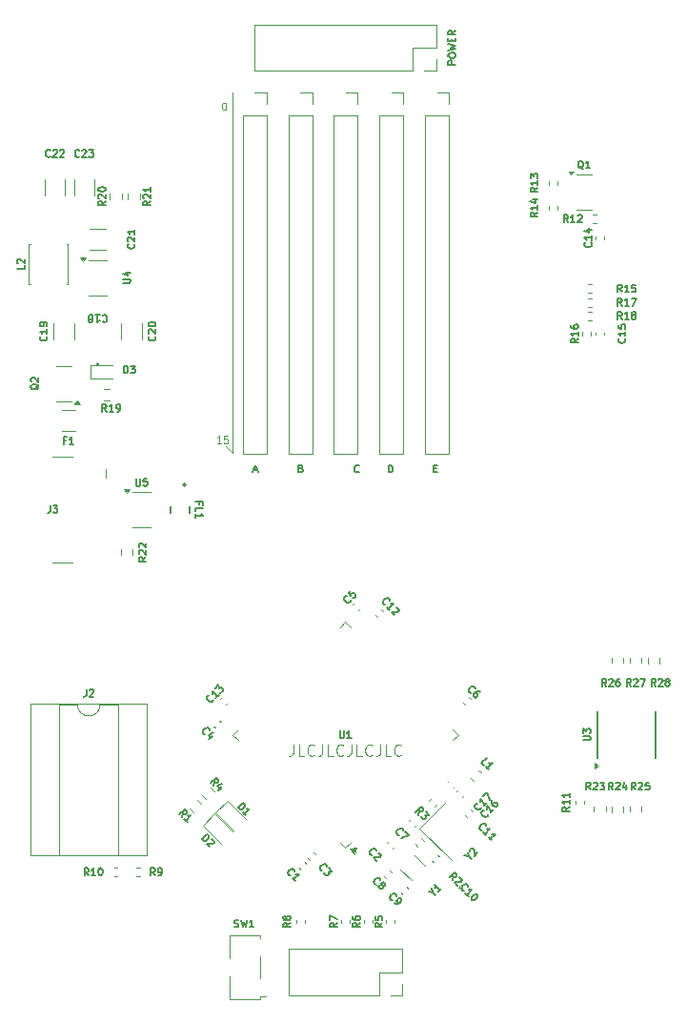
<source format=gbr>
%TF.GenerationSoftware,KiCad,Pcbnew,8.0.1*%
%TF.CreationDate,2024-05-15T16:11:42+02:00*%
%TF.ProjectId,STM32H7B0_devboard,53544d33-3248-4374-9230-5f646576626f,rev?*%
%TF.SameCoordinates,Original*%
%TF.FileFunction,Legend,Top*%
%TF.FilePolarity,Positive*%
%FSLAX46Y46*%
G04 Gerber Fmt 4.6, Leading zero omitted, Abs format (unit mm)*
G04 Created by KiCad (PCBNEW 8.0.1) date 2024-05-15 16:11:42*
%MOMM*%
%LPD*%
G01*
G04 APERTURE LIST*
%ADD10C,0.100000*%
%ADD11C,0.150000*%
%ADD12C,0.120000*%
%ADD13C,0.152400*%
G04 APERTURE END LIST*
D10*
X135000000Y-43000000D02*
X135000000Y-75000000D01*
X135000000Y-75000000D02*
X134400000Y-74400000D01*
X133961027Y-74115252D02*
X133589598Y-74115252D01*
X133775312Y-74115252D02*
X133775312Y-73465252D01*
X133775312Y-73465252D02*
X133713408Y-73558109D01*
X133713408Y-73558109D02*
X133651503Y-73620014D01*
X133651503Y-73620014D02*
X133589598Y-73650966D01*
X134549122Y-73465252D02*
X134239598Y-73465252D01*
X134239598Y-73465252D02*
X134208646Y-73774776D01*
X134208646Y-73774776D02*
X134239598Y-73743823D01*
X134239598Y-73743823D02*
X134301503Y-73712871D01*
X134301503Y-73712871D02*
X134456265Y-73712871D01*
X134456265Y-73712871D02*
X134518170Y-73743823D01*
X134518170Y-73743823D02*
X134549122Y-73774776D01*
X134549122Y-73774776D02*
X134580075Y-73836680D01*
X134580075Y-73836680D02*
X134580075Y-73991442D01*
X134580075Y-73991442D02*
X134549122Y-74053347D01*
X134549122Y-74053347D02*
X134518170Y-74084300D01*
X134518170Y-74084300D02*
X134456265Y-74115252D01*
X134456265Y-74115252D02*
X134301503Y-74115252D01*
X134301503Y-74115252D02*
X134239598Y-74084300D01*
X134239598Y-74084300D02*
X134208646Y-74053347D01*
X140389598Y-100872419D02*
X140389598Y-101586704D01*
X140389598Y-101586704D02*
X140341979Y-101729561D01*
X140341979Y-101729561D02*
X140246741Y-101824800D01*
X140246741Y-101824800D02*
X140103884Y-101872419D01*
X140103884Y-101872419D02*
X140008646Y-101872419D01*
X141341979Y-101872419D02*
X140865789Y-101872419D01*
X140865789Y-101872419D02*
X140865789Y-100872419D01*
X142246741Y-101777180D02*
X142199122Y-101824800D01*
X142199122Y-101824800D02*
X142056265Y-101872419D01*
X142056265Y-101872419D02*
X141961027Y-101872419D01*
X141961027Y-101872419D02*
X141818170Y-101824800D01*
X141818170Y-101824800D02*
X141722932Y-101729561D01*
X141722932Y-101729561D02*
X141675313Y-101634323D01*
X141675313Y-101634323D02*
X141627694Y-101443847D01*
X141627694Y-101443847D02*
X141627694Y-101300990D01*
X141627694Y-101300990D02*
X141675313Y-101110514D01*
X141675313Y-101110514D02*
X141722932Y-101015276D01*
X141722932Y-101015276D02*
X141818170Y-100920038D01*
X141818170Y-100920038D02*
X141961027Y-100872419D01*
X141961027Y-100872419D02*
X142056265Y-100872419D01*
X142056265Y-100872419D02*
X142199122Y-100920038D01*
X142199122Y-100920038D02*
X142246741Y-100967657D01*
X142961027Y-100872419D02*
X142961027Y-101586704D01*
X142961027Y-101586704D02*
X142913408Y-101729561D01*
X142913408Y-101729561D02*
X142818170Y-101824800D01*
X142818170Y-101824800D02*
X142675313Y-101872419D01*
X142675313Y-101872419D02*
X142580075Y-101872419D01*
X143913408Y-101872419D02*
X143437218Y-101872419D01*
X143437218Y-101872419D02*
X143437218Y-100872419D01*
X144818170Y-101777180D02*
X144770551Y-101824800D01*
X144770551Y-101824800D02*
X144627694Y-101872419D01*
X144627694Y-101872419D02*
X144532456Y-101872419D01*
X144532456Y-101872419D02*
X144389599Y-101824800D01*
X144389599Y-101824800D02*
X144294361Y-101729561D01*
X144294361Y-101729561D02*
X144246742Y-101634323D01*
X144246742Y-101634323D02*
X144199123Y-101443847D01*
X144199123Y-101443847D02*
X144199123Y-101300990D01*
X144199123Y-101300990D02*
X144246742Y-101110514D01*
X144246742Y-101110514D02*
X144294361Y-101015276D01*
X144294361Y-101015276D02*
X144389599Y-100920038D01*
X144389599Y-100920038D02*
X144532456Y-100872419D01*
X144532456Y-100872419D02*
X144627694Y-100872419D01*
X144627694Y-100872419D02*
X144770551Y-100920038D01*
X144770551Y-100920038D02*
X144818170Y-100967657D01*
X145532456Y-100872419D02*
X145532456Y-101586704D01*
X145532456Y-101586704D02*
X145484837Y-101729561D01*
X145484837Y-101729561D02*
X145389599Y-101824800D01*
X145389599Y-101824800D02*
X145246742Y-101872419D01*
X145246742Y-101872419D02*
X145151504Y-101872419D01*
X146484837Y-101872419D02*
X146008647Y-101872419D01*
X146008647Y-101872419D02*
X146008647Y-100872419D01*
X147389599Y-101777180D02*
X147341980Y-101824800D01*
X147341980Y-101824800D02*
X147199123Y-101872419D01*
X147199123Y-101872419D02*
X147103885Y-101872419D01*
X147103885Y-101872419D02*
X146961028Y-101824800D01*
X146961028Y-101824800D02*
X146865790Y-101729561D01*
X146865790Y-101729561D02*
X146818171Y-101634323D01*
X146818171Y-101634323D02*
X146770552Y-101443847D01*
X146770552Y-101443847D02*
X146770552Y-101300990D01*
X146770552Y-101300990D02*
X146818171Y-101110514D01*
X146818171Y-101110514D02*
X146865790Y-101015276D01*
X146865790Y-101015276D02*
X146961028Y-100920038D01*
X146961028Y-100920038D02*
X147103885Y-100872419D01*
X147103885Y-100872419D02*
X147199123Y-100872419D01*
X147199123Y-100872419D02*
X147341980Y-100920038D01*
X147341980Y-100920038D02*
X147389599Y-100967657D01*
X148103885Y-100872419D02*
X148103885Y-101586704D01*
X148103885Y-101586704D02*
X148056266Y-101729561D01*
X148056266Y-101729561D02*
X147961028Y-101824800D01*
X147961028Y-101824800D02*
X147818171Y-101872419D01*
X147818171Y-101872419D02*
X147722933Y-101872419D01*
X149056266Y-101872419D02*
X148580076Y-101872419D01*
X148580076Y-101872419D02*
X148580076Y-100872419D01*
X149961028Y-101777180D02*
X149913409Y-101824800D01*
X149913409Y-101824800D02*
X149770552Y-101872419D01*
X149770552Y-101872419D02*
X149675314Y-101872419D01*
X149675314Y-101872419D02*
X149532457Y-101824800D01*
X149532457Y-101824800D02*
X149437219Y-101729561D01*
X149437219Y-101729561D02*
X149389600Y-101634323D01*
X149389600Y-101634323D02*
X149341981Y-101443847D01*
X149341981Y-101443847D02*
X149341981Y-101300990D01*
X149341981Y-101300990D02*
X149389600Y-101110514D01*
X149389600Y-101110514D02*
X149437219Y-101015276D01*
X149437219Y-101015276D02*
X149532457Y-100920038D01*
X149532457Y-100920038D02*
X149675314Y-100872419D01*
X149675314Y-100872419D02*
X149770552Y-100872419D01*
X149770552Y-100872419D02*
X149913409Y-100920038D01*
X149913409Y-100920038D02*
X149961028Y-100967657D01*
X155151503Y-113424800D02*
X155151503Y-113472419D01*
X155151503Y-113472419D02*
X155103884Y-113567657D01*
X155103884Y-113567657D02*
X155056265Y-113615276D01*
X134255639Y-43865252D02*
X134193734Y-43865252D01*
X134193734Y-43865252D02*
X134131830Y-43896204D01*
X134131830Y-43896204D02*
X134100877Y-43927157D01*
X134100877Y-43927157D02*
X134069925Y-43989061D01*
X134069925Y-43989061D02*
X134038972Y-44112871D01*
X134038972Y-44112871D02*
X134038972Y-44267633D01*
X134038972Y-44267633D02*
X134069925Y-44391442D01*
X134069925Y-44391442D02*
X134100877Y-44453347D01*
X134100877Y-44453347D02*
X134131830Y-44484300D01*
X134131830Y-44484300D02*
X134193734Y-44515252D01*
X134193734Y-44515252D02*
X134255639Y-44515252D01*
X134255639Y-44515252D02*
X134317544Y-44484300D01*
X134317544Y-44484300D02*
X134348496Y-44453347D01*
X134348496Y-44453347D02*
X134379449Y-44391442D01*
X134379449Y-44391442D02*
X134410401Y-44267633D01*
X134410401Y-44267633D02*
X134410401Y-44112871D01*
X134410401Y-44112871D02*
X134379449Y-43989061D01*
X134379449Y-43989061D02*
X134348496Y-43927157D01*
X134348496Y-43927157D02*
X134317544Y-43896204D01*
X134317544Y-43896204D02*
X134255639Y-43865252D01*
D11*
X168182142Y-95692902D02*
X167965475Y-95383378D01*
X167810713Y-95692902D02*
X167810713Y-95042902D01*
X167810713Y-95042902D02*
X168058332Y-95042902D01*
X168058332Y-95042902D02*
X168120237Y-95073854D01*
X168120237Y-95073854D02*
X168151190Y-95104807D01*
X168151190Y-95104807D02*
X168182142Y-95166711D01*
X168182142Y-95166711D02*
X168182142Y-95259569D01*
X168182142Y-95259569D02*
X168151190Y-95321473D01*
X168151190Y-95321473D02*
X168120237Y-95352426D01*
X168120237Y-95352426D02*
X168058332Y-95383378D01*
X168058332Y-95383378D02*
X167810713Y-95383378D01*
X168429761Y-95104807D02*
X168460713Y-95073854D01*
X168460713Y-95073854D02*
X168522618Y-95042902D01*
X168522618Y-95042902D02*
X168677380Y-95042902D01*
X168677380Y-95042902D02*
X168739285Y-95073854D01*
X168739285Y-95073854D02*
X168770237Y-95104807D01*
X168770237Y-95104807D02*
X168801190Y-95166711D01*
X168801190Y-95166711D02*
X168801190Y-95228616D01*
X168801190Y-95228616D02*
X168770237Y-95321473D01*
X168770237Y-95321473D02*
X168398809Y-95692902D01*
X168398809Y-95692902D02*
X168801190Y-95692902D01*
X169358333Y-95042902D02*
X169234523Y-95042902D01*
X169234523Y-95042902D02*
X169172619Y-95073854D01*
X169172619Y-95073854D02*
X169141666Y-95104807D01*
X169141666Y-95104807D02*
X169079761Y-95197664D01*
X169079761Y-95197664D02*
X169048809Y-95321473D01*
X169048809Y-95321473D02*
X169048809Y-95569092D01*
X169048809Y-95569092D02*
X169079761Y-95630997D01*
X169079761Y-95630997D02*
X169110714Y-95661950D01*
X169110714Y-95661950D02*
X169172619Y-95692902D01*
X169172619Y-95692902D02*
X169296428Y-95692902D01*
X169296428Y-95692902D02*
X169358333Y-95661950D01*
X169358333Y-95661950D02*
X169389285Y-95630997D01*
X169389285Y-95630997D02*
X169420238Y-95569092D01*
X169420238Y-95569092D02*
X169420238Y-95414330D01*
X169420238Y-95414330D02*
X169389285Y-95352426D01*
X169389285Y-95352426D02*
X169358333Y-95321473D01*
X169358333Y-95321473D02*
X169296428Y-95290521D01*
X169296428Y-95290521D02*
X169172619Y-95290521D01*
X169172619Y-95290521D02*
X169110714Y-95321473D01*
X169110714Y-95321473D02*
X169079761Y-95352426D01*
X169079761Y-95352426D02*
X169048809Y-95414330D01*
X117754807Y-68861904D02*
X117723854Y-68923809D01*
X117723854Y-68923809D02*
X117661950Y-68985714D01*
X117661950Y-68985714D02*
X117569092Y-69078571D01*
X117569092Y-69078571D02*
X117538140Y-69140476D01*
X117538140Y-69140476D02*
X117538140Y-69202380D01*
X117692902Y-69171428D02*
X117661950Y-69233333D01*
X117661950Y-69233333D02*
X117600045Y-69295238D01*
X117600045Y-69295238D02*
X117476235Y-69326190D01*
X117476235Y-69326190D02*
X117259569Y-69326190D01*
X117259569Y-69326190D02*
X117135759Y-69295238D01*
X117135759Y-69295238D02*
X117073854Y-69233333D01*
X117073854Y-69233333D02*
X117042902Y-69171428D01*
X117042902Y-69171428D02*
X117042902Y-69047619D01*
X117042902Y-69047619D02*
X117073854Y-68985714D01*
X117073854Y-68985714D02*
X117135759Y-68923809D01*
X117135759Y-68923809D02*
X117259569Y-68892857D01*
X117259569Y-68892857D02*
X117476235Y-68892857D01*
X117476235Y-68892857D02*
X117600045Y-68923809D01*
X117600045Y-68923809D02*
X117661950Y-68985714D01*
X117661950Y-68985714D02*
X117692902Y-69047619D01*
X117692902Y-69047619D02*
X117692902Y-69171428D01*
X117104807Y-68645238D02*
X117073854Y-68614286D01*
X117073854Y-68614286D02*
X117042902Y-68552381D01*
X117042902Y-68552381D02*
X117042902Y-68397619D01*
X117042902Y-68397619D02*
X117073854Y-68335714D01*
X117073854Y-68335714D02*
X117104807Y-68304762D01*
X117104807Y-68304762D02*
X117166711Y-68273809D01*
X117166711Y-68273809D02*
X117228616Y-68273809D01*
X117228616Y-68273809D02*
X117321473Y-68304762D01*
X117321473Y-68304762D02*
X117692902Y-68676190D01*
X117692902Y-68676190D02*
X117692902Y-68273809D01*
X122182142Y-112492902D02*
X121965475Y-112183378D01*
X121810713Y-112492902D02*
X121810713Y-111842902D01*
X121810713Y-111842902D02*
X122058332Y-111842902D01*
X122058332Y-111842902D02*
X122120237Y-111873854D01*
X122120237Y-111873854D02*
X122151190Y-111904807D01*
X122151190Y-111904807D02*
X122182142Y-111966711D01*
X122182142Y-111966711D02*
X122182142Y-112059569D01*
X122182142Y-112059569D02*
X122151190Y-112121473D01*
X122151190Y-112121473D02*
X122120237Y-112152426D01*
X122120237Y-112152426D02*
X122058332Y-112183378D01*
X122058332Y-112183378D02*
X121810713Y-112183378D01*
X122801190Y-112492902D02*
X122429761Y-112492902D01*
X122615475Y-112492902D02*
X122615475Y-111842902D01*
X122615475Y-111842902D02*
X122553571Y-111935759D01*
X122553571Y-111935759D02*
X122491666Y-111997664D01*
X122491666Y-111997664D02*
X122429761Y-112028616D01*
X123203571Y-111842902D02*
X123265476Y-111842902D01*
X123265476Y-111842902D02*
X123327380Y-111873854D01*
X123327380Y-111873854D02*
X123358333Y-111904807D01*
X123358333Y-111904807D02*
X123389285Y-111966711D01*
X123389285Y-111966711D02*
X123420238Y-112090521D01*
X123420238Y-112090521D02*
X123420238Y-112245283D01*
X123420238Y-112245283D02*
X123389285Y-112369092D01*
X123389285Y-112369092D02*
X123358333Y-112430997D01*
X123358333Y-112430997D02*
X123327380Y-112461950D01*
X123327380Y-112461950D02*
X123265476Y-112492902D01*
X123265476Y-112492902D02*
X123203571Y-112492902D01*
X123203571Y-112492902D02*
X123141666Y-112461950D01*
X123141666Y-112461950D02*
X123110714Y-112430997D01*
X123110714Y-112430997D02*
X123079761Y-112369092D01*
X123079761Y-112369092D02*
X123048809Y-112245283D01*
X123048809Y-112245283D02*
X123048809Y-112090521D01*
X123048809Y-112090521D02*
X123079761Y-111966711D01*
X123079761Y-111966711D02*
X123110714Y-111904807D01*
X123110714Y-111904807D02*
X123141666Y-111873854D01*
X123141666Y-111873854D02*
X123203571Y-111842902D01*
X166142902Y-100495238D02*
X166669092Y-100495238D01*
X166669092Y-100495238D02*
X166730997Y-100464285D01*
X166730997Y-100464285D02*
X166761950Y-100433333D01*
X166761950Y-100433333D02*
X166792902Y-100371428D01*
X166792902Y-100371428D02*
X166792902Y-100247619D01*
X166792902Y-100247619D02*
X166761950Y-100185714D01*
X166761950Y-100185714D02*
X166730997Y-100154761D01*
X166730997Y-100154761D02*
X166669092Y-100123809D01*
X166669092Y-100123809D02*
X166142902Y-100123809D01*
X166142902Y-99876190D02*
X166142902Y-99473809D01*
X166142902Y-99473809D02*
X166390521Y-99690476D01*
X166390521Y-99690476D02*
X166390521Y-99597619D01*
X166390521Y-99597619D02*
X166421473Y-99535714D01*
X166421473Y-99535714D02*
X166452426Y-99504762D01*
X166452426Y-99504762D02*
X166514330Y-99473809D01*
X166514330Y-99473809D02*
X166669092Y-99473809D01*
X166669092Y-99473809D02*
X166730997Y-99504762D01*
X166730997Y-99504762D02*
X166761950Y-99535714D01*
X166761950Y-99535714D02*
X166792902Y-99597619D01*
X166792902Y-99597619D02*
X166792902Y-99783333D01*
X166792902Y-99783333D02*
X166761950Y-99845238D01*
X166761950Y-99845238D02*
X166730997Y-99876190D01*
X136845238Y-76507188D02*
X137154762Y-76507188D01*
X136783333Y-76692902D02*
X137000000Y-76042902D01*
X137000000Y-76042902D02*
X137216667Y-76692902D01*
X118783333Y-79642902D02*
X118783333Y-80107188D01*
X118783333Y-80107188D02*
X118752380Y-80200045D01*
X118752380Y-80200045D02*
X118690476Y-80261950D01*
X118690476Y-80261950D02*
X118597618Y-80292902D01*
X118597618Y-80292902D02*
X118535714Y-80292902D01*
X119030952Y-79642902D02*
X119433333Y-79642902D01*
X119433333Y-79642902D02*
X119216666Y-79890521D01*
X119216666Y-79890521D02*
X119309523Y-79890521D01*
X119309523Y-79890521D02*
X119371428Y-79921473D01*
X119371428Y-79921473D02*
X119402380Y-79952426D01*
X119402380Y-79952426D02*
X119433333Y-80014330D01*
X119433333Y-80014330D02*
X119433333Y-80169092D01*
X119433333Y-80169092D02*
X119402380Y-80230997D01*
X119402380Y-80230997D02*
X119371428Y-80261950D01*
X119371428Y-80261950D02*
X119309523Y-80292902D01*
X119309523Y-80292902D02*
X119123809Y-80292902D01*
X119123809Y-80292902D02*
X119061904Y-80261950D01*
X119061904Y-80261950D02*
X119030952Y-80230997D01*
X125242902Y-59895238D02*
X125769092Y-59895238D01*
X125769092Y-59895238D02*
X125830997Y-59864285D01*
X125830997Y-59864285D02*
X125861950Y-59833333D01*
X125861950Y-59833333D02*
X125892902Y-59771428D01*
X125892902Y-59771428D02*
X125892902Y-59647619D01*
X125892902Y-59647619D02*
X125861950Y-59585714D01*
X125861950Y-59585714D02*
X125830997Y-59554761D01*
X125830997Y-59554761D02*
X125769092Y-59523809D01*
X125769092Y-59523809D02*
X125242902Y-59523809D01*
X125459569Y-58935714D02*
X125892902Y-58935714D01*
X125211950Y-59090476D02*
X125676235Y-59245238D01*
X125676235Y-59245238D02*
X125676235Y-58842857D01*
X154516283Y-112930509D02*
X154581943Y-112558437D01*
X154253643Y-112667870D02*
X154713263Y-112208250D01*
X154713263Y-112208250D02*
X154888356Y-112383343D01*
X154888356Y-112383343D02*
X154910242Y-112449003D01*
X154910242Y-112449003D02*
X154910242Y-112492777D01*
X154910242Y-112492777D02*
X154888356Y-112558437D01*
X154888356Y-112558437D02*
X154822696Y-112624096D01*
X154822696Y-112624096D02*
X154757036Y-112645983D01*
X154757036Y-112645983D02*
X154713263Y-112645983D01*
X154713263Y-112645983D02*
X154647603Y-112624096D01*
X154647603Y-112624096D02*
X154472510Y-112449003D01*
X155107222Y-112689756D02*
X155150995Y-112689756D01*
X155150995Y-112689756D02*
X155216655Y-112711643D01*
X155216655Y-112711643D02*
X155326088Y-112821076D01*
X155326088Y-112821076D02*
X155347975Y-112886736D01*
X155347975Y-112886736D02*
X155347975Y-112930509D01*
X155347975Y-112930509D02*
X155326088Y-112996169D01*
X155326088Y-112996169D02*
X155282315Y-113039943D01*
X155282315Y-113039943D02*
X155194769Y-113083716D01*
X155194769Y-113083716D02*
X154669489Y-113083716D01*
X154669489Y-113083716D02*
X154954016Y-113368242D01*
X118430997Y-64617857D02*
X118461950Y-64648809D01*
X118461950Y-64648809D02*
X118492902Y-64741667D01*
X118492902Y-64741667D02*
X118492902Y-64803571D01*
X118492902Y-64803571D02*
X118461950Y-64896428D01*
X118461950Y-64896428D02*
X118400045Y-64958333D01*
X118400045Y-64958333D02*
X118338140Y-64989286D01*
X118338140Y-64989286D02*
X118214330Y-65020238D01*
X118214330Y-65020238D02*
X118121473Y-65020238D01*
X118121473Y-65020238D02*
X117997664Y-64989286D01*
X117997664Y-64989286D02*
X117935759Y-64958333D01*
X117935759Y-64958333D02*
X117873854Y-64896428D01*
X117873854Y-64896428D02*
X117842902Y-64803571D01*
X117842902Y-64803571D02*
X117842902Y-64741667D01*
X117842902Y-64741667D02*
X117873854Y-64648809D01*
X117873854Y-64648809D02*
X117904807Y-64617857D01*
X118492902Y-63998809D02*
X118492902Y-64370238D01*
X118492902Y-64184524D02*
X117842902Y-64184524D01*
X117842902Y-64184524D02*
X117935759Y-64246428D01*
X117935759Y-64246428D02*
X117997664Y-64308333D01*
X117997664Y-64308333D02*
X118028616Y-64370238D01*
X118492902Y-63689285D02*
X118492902Y-63565476D01*
X118492902Y-63565476D02*
X118461950Y-63503571D01*
X118461950Y-63503571D02*
X118430997Y-63472619D01*
X118430997Y-63472619D02*
X118338140Y-63410714D01*
X118338140Y-63410714D02*
X118214330Y-63379761D01*
X118214330Y-63379761D02*
X117966711Y-63379761D01*
X117966711Y-63379761D02*
X117904807Y-63410714D01*
X117904807Y-63410714D02*
X117873854Y-63441666D01*
X117873854Y-63441666D02*
X117842902Y-63503571D01*
X117842902Y-63503571D02*
X117842902Y-63627380D01*
X117842902Y-63627380D02*
X117873854Y-63689285D01*
X117873854Y-63689285D02*
X117904807Y-63720238D01*
X117904807Y-63720238D02*
X117966711Y-63751190D01*
X117966711Y-63751190D02*
X118121473Y-63751190D01*
X118121473Y-63751190D02*
X118183378Y-63720238D01*
X118183378Y-63720238D02*
X118214330Y-63689285D01*
X118214330Y-63689285D02*
X118245283Y-63627380D01*
X118245283Y-63627380D02*
X118245283Y-63503571D01*
X118245283Y-63503571D02*
X118214330Y-63441666D01*
X118214330Y-63441666D02*
X118183378Y-63410714D01*
X118183378Y-63410714D02*
X118121473Y-63379761D01*
X116492902Y-58308333D02*
X116492902Y-58617857D01*
X116492902Y-58617857D02*
X115842902Y-58617857D01*
X115904807Y-58122619D02*
X115873854Y-58091667D01*
X115873854Y-58091667D02*
X115842902Y-58029762D01*
X115842902Y-58029762D02*
X115842902Y-57875000D01*
X115842902Y-57875000D02*
X115873854Y-57813095D01*
X115873854Y-57813095D02*
X115904807Y-57782143D01*
X115904807Y-57782143D02*
X115966711Y-57751190D01*
X115966711Y-57751190D02*
X116028616Y-57751190D01*
X116028616Y-57751190D02*
X116121473Y-57782143D01*
X116121473Y-57782143D02*
X116492902Y-58153571D01*
X116492902Y-58153571D02*
X116492902Y-57751190D01*
X135133333Y-117061950D02*
X135226190Y-117092902D01*
X135226190Y-117092902D02*
X135380952Y-117092902D01*
X135380952Y-117092902D02*
X135442857Y-117061950D01*
X135442857Y-117061950D02*
X135473809Y-117030997D01*
X135473809Y-117030997D02*
X135504762Y-116969092D01*
X135504762Y-116969092D02*
X135504762Y-116907188D01*
X135504762Y-116907188D02*
X135473809Y-116845283D01*
X135473809Y-116845283D02*
X135442857Y-116814330D01*
X135442857Y-116814330D02*
X135380952Y-116783378D01*
X135380952Y-116783378D02*
X135257143Y-116752426D01*
X135257143Y-116752426D02*
X135195238Y-116721473D01*
X135195238Y-116721473D02*
X135164285Y-116690521D01*
X135164285Y-116690521D02*
X135133333Y-116628616D01*
X135133333Y-116628616D02*
X135133333Y-116566711D01*
X135133333Y-116566711D02*
X135164285Y-116504807D01*
X135164285Y-116504807D02*
X135195238Y-116473854D01*
X135195238Y-116473854D02*
X135257143Y-116442902D01*
X135257143Y-116442902D02*
X135411904Y-116442902D01*
X135411904Y-116442902D02*
X135504762Y-116473854D01*
X135721429Y-116442902D02*
X135876191Y-117092902D01*
X135876191Y-117092902D02*
X136000000Y-116628616D01*
X136000000Y-116628616D02*
X136123810Y-117092902D01*
X136123810Y-117092902D02*
X136278572Y-116442902D01*
X136866667Y-117092902D02*
X136495238Y-117092902D01*
X136680952Y-117092902D02*
X136680952Y-116442902D01*
X136680952Y-116442902D02*
X136619048Y-116535759D01*
X136619048Y-116535759D02*
X136557143Y-116597664D01*
X136557143Y-116597664D02*
X136495238Y-116628616D01*
X157327446Y-102719347D02*
X157108580Y-102500480D01*
X157108580Y-102500480D02*
X157568199Y-102040861D01*
X157721405Y-103113306D02*
X157458766Y-102850666D01*
X157590085Y-102981986D02*
X158049705Y-102522366D01*
X158049705Y-102522366D02*
X157940272Y-102544253D01*
X157940272Y-102544253D02*
X157852725Y-102544253D01*
X157852725Y-102544253D02*
X157787065Y-102522366D01*
X123417857Y-62769002D02*
X123448809Y-62738050D01*
X123448809Y-62738050D02*
X123541667Y-62707097D01*
X123541667Y-62707097D02*
X123603571Y-62707097D01*
X123603571Y-62707097D02*
X123696428Y-62738050D01*
X123696428Y-62738050D02*
X123758333Y-62799954D01*
X123758333Y-62799954D02*
X123789286Y-62861859D01*
X123789286Y-62861859D02*
X123820238Y-62985669D01*
X123820238Y-62985669D02*
X123820238Y-63078526D01*
X123820238Y-63078526D02*
X123789286Y-63202335D01*
X123789286Y-63202335D02*
X123758333Y-63264240D01*
X123758333Y-63264240D02*
X123696428Y-63326145D01*
X123696428Y-63326145D02*
X123603571Y-63357097D01*
X123603571Y-63357097D02*
X123541667Y-63357097D01*
X123541667Y-63357097D02*
X123448809Y-63326145D01*
X123448809Y-63326145D02*
X123417857Y-63295192D01*
X122798809Y-62707097D02*
X123170238Y-62707097D01*
X122984524Y-62707097D02*
X122984524Y-63357097D01*
X122984524Y-63357097D02*
X123046428Y-63264240D01*
X123046428Y-63264240D02*
X123108333Y-63202335D01*
X123108333Y-63202335D02*
X123170238Y-63171383D01*
X122427380Y-63078526D02*
X122489285Y-63109478D01*
X122489285Y-63109478D02*
X122520238Y-63140430D01*
X122520238Y-63140430D02*
X122551190Y-63202335D01*
X122551190Y-63202335D02*
X122551190Y-63233288D01*
X122551190Y-63233288D02*
X122520238Y-63295192D01*
X122520238Y-63295192D02*
X122489285Y-63326145D01*
X122489285Y-63326145D02*
X122427380Y-63357097D01*
X122427380Y-63357097D02*
X122303571Y-63357097D01*
X122303571Y-63357097D02*
X122241666Y-63326145D01*
X122241666Y-63326145D02*
X122210714Y-63295192D01*
X122210714Y-63295192D02*
X122179761Y-63233288D01*
X122179761Y-63233288D02*
X122179761Y-63202335D01*
X122179761Y-63202335D02*
X122210714Y-63140430D01*
X122210714Y-63140430D02*
X122241666Y-63109478D01*
X122241666Y-63109478D02*
X122303571Y-63078526D01*
X122303571Y-63078526D02*
X122427380Y-63078526D01*
X122427380Y-63078526D02*
X122489285Y-63047573D01*
X122489285Y-63047573D02*
X122520238Y-63016621D01*
X122520238Y-63016621D02*
X122551190Y-62954716D01*
X122551190Y-62954716D02*
X122551190Y-62830907D01*
X122551190Y-62830907D02*
X122520238Y-62769002D01*
X122520238Y-62769002D02*
X122489285Y-62738050D01*
X122489285Y-62738050D02*
X122427380Y-62707097D01*
X122427380Y-62707097D02*
X122303571Y-62707097D01*
X122303571Y-62707097D02*
X122241666Y-62738050D01*
X122241666Y-62738050D02*
X122210714Y-62769002D01*
X122210714Y-62769002D02*
X122179761Y-62830907D01*
X122179761Y-62830907D02*
X122179761Y-62954716D01*
X122179761Y-62954716D02*
X122210714Y-63016621D01*
X122210714Y-63016621D02*
X122241666Y-63047573D01*
X122241666Y-63047573D02*
X122303571Y-63078526D01*
X128091666Y-112492902D02*
X127874999Y-112183378D01*
X127720237Y-112492902D02*
X127720237Y-111842902D01*
X127720237Y-111842902D02*
X127967856Y-111842902D01*
X127967856Y-111842902D02*
X128029761Y-111873854D01*
X128029761Y-111873854D02*
X128060714Y-111904807D01*
X128060714Y-111904807D02*
X128091666Y-111966711D01*
X128091666Y-111966711D02*
X128091666Y-112059569D01*
X128091666Y-112059569D02*
X128060714Y-112121473D01*
X128060714Y-112121473D02*
X128029761Y-112152426D01*
X128029761Y-112152426D02*
X127967856Y-112183378D01*
X127967856Y-112183378D02*
X127720237Y-112183378D01*
X128401190Y-112492902D02*
X128524999Y-112492902D01*
X128524999Y-112492902D02*
X128586904Y-112461950D01*
X128586904Y-112461950D02*
X128617856Y-112430997D01*
X128617856Y-112430997D02*
X128679761Y-112338140D01*
X128679761Y-112338140D02*
X128710714Y-112214330D01*
X128710714Y-112214330D02*
X128710714Y-111966711D01*
X128710714Y-111966711D02*
X128679761Y-111904807D01*
X128679761Y-111904807D02*
X128648809Y-111873854D01*
X128648809Y-111873854D02*
X128586904Y-111842902D01*
X128586904Y-111842902D02*
X128463095Y-111842902D01*
X128463095Y-111842902D02*
X128401190Y-111873854D01*
X128401190Y-111873854D02*
X128370237Y-111904807D01*
X128370237Y-111904807D02*
X128339285Y-111966711D01*
X128339285Y-111966711D02*
X128339285Y-112121473D01*
X128339285Y-112121473D02*
X128370237Y-112183378D01*
X128370237Y-112183378D02*
X128401190Y-112214330D01*
X128401190Y-112214330D02*
X128463095Y-112245283D01*
X128463095Y-112245283D02*
X128586904Y-112245283D01*
X128586904Y-112245283D02*
X128648809Y-112214330D01*
X128648809Y-112214330D02*
X128679761Y-112183378D01*
X128679761Y-112183378D02*
X128710714Y-112121473D01*
X125320237Y-67892902D02*
X125320237Y-67242902D01*
X125320237Y-67242902D02*
X125474999Y-67242902D01*
X125474999Y-67242902D02*
X125567856Y-67273854D01*
X125567856Y-67273854D02*
X125629761Y-67335759D01*
X125629761Y-67335759D02*
X125660714Y-67397664D01*
X125660714Y-67397664D02*
X125691666Y-67521473D01*
X125691666Y-67521473D02*
X125691666Y-67614330D01*
X125691666Y-67614330D02*
X125660714Y-67738140D01*
X125660714Y-67738140D02*
X125629761Y-67800045D01*
X125629761Y-67800045D02*
X125567856Y-67861950D01*
X125567856Y-67861950D02*
X125474999Y-67892902D01*
X125474999Y-67892902D02*
X125320237Y-67892902D01*
X125908333Y-67242902D02*
X126310714Y-67242902D01*
X126310714Y-67242902D02*
X126094047Y-67490521D01*
X126094047Y-67490521D02*
X126186904Y-67490521D01*
X126186904Y-67490521D02*
X126248809Y-67521473D01*
X126248809Y-67521473D02*
X126279761Y-67552426D01*
X126279761Y-67552426D02*
X126310714Y-67614330D01*
X126310714Y-67614330D02*
X126310714Y-67769092D01*
X126310714Y-67769092D02*
X126279761Y-67830997D01*
X126279761Y-67830997D02*
X126248809Y-67861950D01*
X126248809Y-67861950D02*
X126186904Y-67892902D01*
X126186904Y-67892902D02*
X126001190Y-67892902D01*
X126001190Y-67892902D02*
X125939285Y-67861950D01*
X125939285Y-67861950D02*
X125908333Y-67830997D01*
X127692902Y-52617857D02*
X127383378Y-52834524D01*
X127692902Y-52989286D02*
X127042902Y-52989286D01*
X127042902Y-52989286D02*
X127042902Y-52741667D01*
X127042902Y-52741667D02*
X127073854Y-52679762D01*
X127073854Y-52679762D02*
X127104807Y-52648809D01*
X127104807Y-52648809D02*
X127166711Y-52617857D01*
X127166711Y-52617857D02*
X127259569Y-52617857D01*
X127259569Y-52617857D02*
X127321473Y-52648809D01*
X127321473Y-52648809D02*
X127352426Y-52679762D01*
X127352426Y-52679762D02*
X127383378Y-52741667D01*
X127383378Y-52741667D02*
X127383378Y-52989286D01*
X127104807Y-52370238D02*
X127073854Y-52339286D01*
X127073854Y-52339286D02*
X127042902Y-52277381D01*
X127042902Y-52277381D02*
X127042902Y-52122619D01*
X127042902Y-52122619D02*
X127073854Y-52060714D01*
X127073854Y-52060714D02*
X127104807Y-52029762D01*
X127104807Y-52029762D02*
X127166711Y-51998809D01*
X127166711Y-51998809D02*
X127228616Y-51998809D01*
X127228616Y-51998809D02*
X127321473Y-52029762D01*
X127321473Y-52029762D02*
X127692902Y-52401190D01*
X127692902Y-52401190D02*
X127692902Y-51998809D01*
X127692902Y-51379761D02*
X127692902Y-51751190D01*
X127692902Y-51565476D02*
X127042902Y-51565476D01*
X127042902Y-51565476D02*
X127135759Y-51627380D01*
X127135759Y-51627380D02*
X127197664Y-51689285D01*
X127197664Y-51689285D02*
X127228616Y-51751190D01*
X149760056Y-108886736D02*
X149716283Y-108886736D01*
X149716283Y-108886736D02*
X149628736Y-108842963D01*
X149628736Y-108842963D02*
X149584963Y-108799190D01*
X149584963Y-108799190D02*
X149541190Y-108711643D01*
X149541190Y-108711643D02*
X149541190Y-108624096D01*
X149541190Y-108624096D02*
X149563076Y-108558437D01*
X149563076Y-108558437D02*
X149628736Y-108449003D01*
X149628736Y-108449003D02*
X149694396Y-108383343D01*
X149694396Y-108383343D02*
X149803829Y-108317684D01*
X149803829Y-108317684D02*
X149869489Y-108295797D01*
X149869489Y-108295797D02*
X149957036Y-108295797D01*
X149957036Y-108295797D02*
X150044582Y-108339570D01*
X150044582Y-108339570D02*
X150088356Y-108383343D01*
X150088356Y-108383343D02*
X150132129Y-108470890D01*
X150132129Y-108470890D02*
X150132129Y-108514663D01*
X150329109Y-108624096D02*
X150635522Y-108930509D01*
X150635522Y-108930509D02*
X149978923Y-109193149D01*
X127292902Y-84217857D02*
X126983378Y-84434524D01*
X127292902Y-84589286D02*
X126642902Y-84589286D01*
X126642902Y-84589286D02*
X126642902Y-84341667D01*
X126642902Y-84341667D02*
X126673854Y-84279762D01*
X126673854Y-84279762D02*
X126704807Y-84248809D01*
X126704807Y-84248809D02*
X126766711Y-84217857D01*
X126766711Y-84217857D02*
X126859569Y-84217857D01*
X126859569Y-84217857D02*
X126921473Y-84248809D01*
X126921473Y-84248809D02*
X126952426Y-84279762D01*
X126952426Y-84279762D02*
X126983378Y-84341667D01*
X126983378Y-84341667D02*
X126983378Y-84589286D01*
X126704807Y-83970238D02*
X126673854Y-83939286D01*
X126673854Y-83939286D02*
X126642902Y-83877381D01*
X126642902Y-83877381D02*
X126642902Y-83722619D01*
X126642902Y-83722619D02*
X126673854Y-83660714D01*
X126673854Y-83660714D02*
X126704807Y-83629762D01*
X126704807Y-83629762D02*
X126766711Y-83598809D01*
X126766711Y-83598809D02*
X126828616Y-83598809D01*
X126828616Y-83598809D02*
X126921473Y-83629762D01*
X126921473Y-83629762D02*
X127292902Y-84001190D01*
X127292902Y-84001190D02*
X127292902Y-83598809D01*
X126704807Y-83351190D02*
X126673854Y-83320238D01*
X126673854Y-83320238D02*
X126642902Y-83258333D01*
X126642902Y-83258333D02*
X126642902Y-83103571D01*
X126642902Y-83103571D02*
X126673854Y-83041666D01*
X126673854Y-83041666D02*
X126704807Y-83010714D01*
X126704807Y-83010714D02*
X126766711Y-82979761D01*
X126766711Y-82979761D02*
X126828616Y-82979761D01*
X126828616Y-82979761D02*
X126921473Y-83010714D01*
X126921473Y-83010714D02*
X127292902Y-83382142D01*
X127292902Y-83382142D02*
X127292902Y-82979761D01*
X130516283Y-107330509D02*
X130581943Y-106958437D01*
X130253643Y-107067870D02*
X130713263Y-106608250D01*
X130713263Y-106608250D02*
X130888356Y-106783343D01*
X130888356Y-106783343D02*
X130910242Y-106849003D01*
X130910242Y-106849003D02*
X130910242Y-106892777D01*
X130910242Y-106892777D02*
X130888356Y-106958437D01*
X130888356Y-106958437D02*
X130822696Y-107024096D01*
X130822696Y-107024096D02*
X130757036Y-107045983D01*
X130757036Y-107045983D02*
X130713263Y-107045983D01*
X130713263Y-107045983D02*
X130647603Y-107024096D01*
X130647603Y-107024096D02*
X130472510Y-106849003D01*
X130954016Y-107768242D02*
X130691376Y-107505602D01*
X130822696Y-107636922D02*
X131282315Y-107177303D01*
X131282315Y-107177303D02*
X131172882Y-107199190D01*
X131172882Y-107199190D02*
X131085335Y-107199190D01*
X131085335Y-107199190D02*
X131019676Y-107177303D01*
X135453643Y-106467870D02*
X135913263Y-106008250D01*
X135913263Y-106008250D02*
X136022696Y-106117684D01*
X136022696Y-106117684D02*
X136066469Y-106205230D01*
X136066469Y-106205230D02*
X136066469Y-106292777D01*
X136066469Y-106292777D02*
X136044582Y-106358437D01*
X136044582Y-106358437D02*
X135978923Y-106467870D01*
X135978923Y-106467870D02*
X135913263Y-106533530D01*
X135913263Y-106533530D02*
X135803829Y-106599190D01*
X135803829Y-106599190D02*
X135738170Y-106621076D01*
X135738170Y-106621076D02*
X135650623Y-106621076D01*
X135650623Y-106621076D02*
X135563076Y-106577303D01*
X135563076Y-106577303D02*
X135453643Y-106467870D01*
X136154016Y-107168242D02*
X135891376Y-106905602D01*
X136022696Y-107036922D02*
X136482315Y-106577303D01*
X136482315Y-106577303D02*
X136372882Y-106599190D01*
X136372882Y-106599190D02*
X136285335Y-106599190D01*
X136285335Y-106599190D02*
X136219676Y-106577303D01*
X146292902Y-116708333D02*
X145983378Y-116925000D01*
X146292902Y-117079762D02*
X145642902Y-117079762D01*
X145642902Y-117079762D02*
X145642902Y-116832143D01*
X145642902Y-116832143D02*
X145673854Y-116770238D01*
X145673854Y-116770238D02*
X145704807Y-116739285D01*
X145704807Y-116739285D02*
X145766711Y-116708333D01*
X145766711Y-116708333D02*
X145859569Y-116708333D01*
X145859569Y-116708333D02*
X145921473Y-116739285D01*
X145921473Y-116739285D02*
X145952426Y-116770238D01*
X145952426Y-116770238D02*
X145983378Y-116832143D01*
X145983378Y-116832143D02*
X145983378Y-117079762D01*
X145642902Y-116151190D02*
X145642902Y-116275000D01*
X145642902Y-116275000D02*
X145673854Y-116336904D01*
X145673854Y-116336904D02*
X145704807Y-116367857D01*
X145704807Y-116367857D02*
X145797664Y-116429762D01*
X145797664Y-116429762D02*
X145921473Y-116460714D01*
X145921473Y-116460714D02*
X146169092Y-116460714D01*
X146169092Y-116460714D02*
X146230997Y-116429762D01*
X146230997Y-116429762D02*
X146261950Y-116398809D01*
X146261950Y-116398809D02*
X146292902Y-116336904D01*
X146292902Y-116336904D02*
X146292902Y-116213095D01*
X146292902Y-116213095D02*
X146261950Y-116151190D01*
X146261950Y-116151190D02*
X146230997Y-116120238D01*
X146230997Y-116120238D02*
X146169092Y-116089285D01*
X146169092Y-116089285D02*
X146014330Y-116089285D01*
X146014330Y-116089285D02*
X145952426Y-116120238D01*
X145952426Y-116120238D02*
X145921473Y-116151190D01*
X145921473Y-116151190D02*
X145890521Y-116213095D01*
X145890521Y-116213095D02*
X145890521Y-116336904D01*
X145890521Y-116336904D02*
X145921473Y-116398809D01*
X145921473Y-116398809D02*
X145952426Y-116429762D01*
X145952426Y-116429762D02*
X146014330Y-116460714D01*
X157067870Y-106458809D02*
X157067870Y-106502583D01*
X157067870Y-106502583D02*
X157024096Y-106590129D01*
X157024096Y-106590129D02*
X156980323Y-106633902D01*
X156980323Y-106633902D02*
X156892776Y-106677676D01*
X156892776Y-106677676D02*
X156805230Y-106677676D01*
X156805230Y-106677676D02*
X156739570Y-106655789D01*
X156739570Y-106655789D02*
X156630137Y-106590129D01*
X156630137Y-106590129D02*
X156564477Y-106524469D01*
X156564477Y-106524469D02*
X156498817Y-106415036D01*
X156498817Y-106415036D02*
X156476930Y-106349376D01*
X156476930Y-106349376D02*
X156476930Y-106261830D01*
X156476930Y-106261830D02*
X156520704Y-106174283D01*
X156520704Y-106174283D02*
X156564477Y-106130510D01*
X156564477Y-106130510D02*
X156652023Y-106086737D01*
X156652023Y-106086737D02*
X156695797Y-106086737D01*
X157549376Y-106064850D02*
X157286736Y-106327490D01*
X157418056Y-106196170D02*
X156958436Y-105736550D01*
X156958436Y-105736550D02*
X156980323Y-105845983D01*
X156980323Y-105845983D02*
X156980323Y-105933530D01*
X156980323Y-105933530D02*
X156958436Y-105999190D01*
X157242963Y-105452024D02*
X157549376Y-105145611D01*
X157549376Y-105145611D02*
X157812016Y-105802210D01*
X149200400Y-114686736D02*
X149156627Y-114686736D01*
X149156627Y-114686736D02*
X149069080Y-114642963D01*
X149069080Y-114642963D02*
X149025307Y-114599190D01*
X149025307Y-114599190D02*
X148981534Y-114511643D01*
X148981534Y-114511643D02*
X148981534Y-114424096D01*
X148981534Y-114424096D02*
X149003420Y-114358437D01*
X149003420Y-114358437D02*
X149069080Y-114249003D01*
X149069080Y-114249003D02*
X149134740Y-114183343D01*
X149134740Y-114183343D02*
X149244173Y-114117684D01*
X149244173Y-114117684D02*
X149309833Y-114095797D01*
X149309833Y-114095797D02*
X149397380Y-114095797D01*
X149397380Y-114095797D02*
X149484926Y-114139570D01*
X149484926Y-114139570D02*
X149528700Y-114183343D01*
X149528700Y-114183343D02*
X149572473Y-114270890D01*
X149572473Y-114270890D02*
X149572473Y-114314663D01*
X149375493Y-114949376D02*
X149463040Y-115036922D01*
X149463040Y-115036922D02*
X149528700Y-115058809D01*
X149528700Y-115058809D02*
X149572473Y-115058809D01*
X149572473Y-115058809D02*
X149681906Y-115036922D01*
X149681906Y-115036922D02*
X149791339Y-114971262D01*
X149791339Y-114971262D02*
X149966432Y-114796169D01*
X149966432Y-114796169D02*
X149988319Y-114730509D01*
X149988319Y-114730509D02*
X149988319Y-114686736D01*
X149988319Y-114686736D02*
X149966432Y-114621076D01*
X149966432Y-114621076D02*
X149878886Y-114533530D01*
X149878886Y-114533530D02*
X149813226Y-114511643D01*
X149813226Y-114511643D02*
X149769453Y-114511643D01*
X149769453Y-114511643D02*
X149703793Y-114533530D01*
X149703793Y-114533530D02*
X149594360Y-114642963D01*
X149594360Y-114642963D02*
X149572473Y-114708623D01*
X149572473Y-114708623D02*
X149572473Y-114752396D01*
X149572473Y-114752396D02*
X149594360Y-114818056D01*
X149594360Y-114818056D02*
X149681906Y-114905602D01*
X149681906Y-114905602D02*
X149747566Y-114927489D01*
X149747566Y-114927489D02*
X149791339Y-114927489D01*
X149791339Y-114927489D02*
X149856999Y-114905602D01*
X140139812Y-112506980D02*
X140096039Y-112506980D01*
X140096039Y-112506980D02*
X140008492Y-112463207D01*
X140008492Y-112463207D02*
X139964719Y-112419434D01*
X139964719Y-112419434D02*
X139920946Y-112331887D01*
X139920946Y-112331887D02*
X139920946Y-112244340D01*
X139920946Y-112244340D02*
X139942832Y-112178681D01*
X139942832Y-112178681D02*
X140008492Y-112069247D01*
X140008492Y-112069247D02*
X140074152Y-112003587D01*
X140074152Y-112003587D02*
X140183585Y-111937928D01*
X140183585Y-111937928D02*
X140249245Y-111916041D01*
X140249245Y-111916041D02*
X140336792Y-111916041D01*
X140336792Y-111916041D02*
X140424338Y-111959814D01*
X140424338Y-111959814D02*
X140468112Y-112003587D01*
X140468112Y-112003587D02*
X140511885Y-112091134D01*
X140511885Y-112091134D02*
X140511885Y-112134907D01*
X140533772Y-112988486D02*
X140271132Y-112725846D01*
X140402452Y-112857166D02*
X140862071Y-112397547D01*
X140862071Y-112397547D02*
X140752638Y-112419434D01*
X140752638Y-112419434D02*
X140665091Y-112419434D01*
X140665091Y-112419434D02*
X140599432Y-112397547D01*
X133316283Y-104530509D02*
X133381943Y-104158437D01*
X133053643Y-104267870D02*
X133513263Y-103808250D01*
X133513263Y-103808250D02*
X133688356Y-103983343D01*
X133688356Y-103983343D02*
X133710242Y-104049003D01*
X133710242Y-104049003D02*
X133710242Y-104092777D01*
X133710242Y-104092777D02*
X133688356Y-104158437D01*
X133688356Y-104158437D02*
X133622696Y-104224096D01*
X133622696Y-104224096D02*
X133557036Y-104245983D01*
X133557036Y-104245983D02*
X133513263Y-104245983D01*
X133513263Y-104245983D02*
X133447603Y-104224096D01*
X133447603Y-104224096D02*
X133272510Y-104049003D01*
X134016655Y-104618056D02*
X133710242Y-104924469D01*
X134082315Y-104333530D02*
X133644582Y-104552396D01*
X133644582Y-104552396D02*
X133929109Y-104836922D01*
X123782142Y-71292902D02*
X123565475Y-70983378D01*
X123410713Y-71292902D02*
X123410713Y-70642902D01*
X123410713Y-70642902D02*
X123658332Y-70642902D01*
X123658332Y-70642902D02*
X123720237Y-70673854D01*
X123720237Y-70673854D02*
X123751190Y-70704807D01*
X123751190Y-70704807D02*
X123782142Y-70766711D01*
X123782142Y-70766711D02*
X123782142Y-70859569D01*
X123782142Y-70859569D02*
X123751190Y-70921473D01*
X123751190Y-70921473D02*
X123720237Y-70952426D01*
X123720237Y-70952426D02*
X123658332Y-70983378D01*
X123658332Y-70983378D02*
X123410713Y-70983378D01*
X124401190Y-71292902D02*
X124029761Y-71292902D01*
X124215475Y-71292902D02*
X124215475Y-70642902D01*
X124215475Y-70642902D02*
X124153571Y-70735759D01*
X124153571Y-70735759D02*
X124091666Y-70797664D01*
X124091666Y-70797664D02*
X124029761Y-70828616D01*
X124710714Y-71292902D02*
X124834523Y-71292902D01*
X124834523Y-71292902D02*
X124896428Y-71261950D01*
X124896428Y-71261950D02*
X124927380Y-71230997D01*
X124927380Y-71230997D02*
X124989285Y-71138140D01*
X124989285Y-71138140D02*
X125020238Y-71014330D01*
X125020238Y-71014330D02*
X125020238Y-70766711D01*
X125020238Y-70766711D02*
X124989285Y-70704807D01*
X124989285Y-70704807D02*
X124958333Y-70673854D01*
X124958333Y-70673854D02*
X124896428Y-70642902D01*
X124896428Y-70642902D02*
X124772619Y-70642902D01*
X124772619Y-70642902D02*
X124710714Y-70673854D01*
X124710714Y-70673854D02*
X124679761Y-70704807D01*
X124679761Y-70704807D02*
X124648809Y-70766711D01*
X124648809Y-70766711D02*
X124648809Y-70921473D01*
X124648809Y-70921473D02*
X124679761Y-70983378D01*
X124679761Y-70983378D02*
X124710714Y-71014330D01*
X124710714Y-71014330D02*
X124772619Y-71045283D01*
X124772619Y-71045283D02*
X124896428Y-71045283D01*
X124896428Y-71045283D02*
X124958333Y-71014330D01*
X124958333Y-71014330D02*
X124989285Y-70983378D01*
X124989285Y-70983378D02*
X125020238Y-70921473D01*
X170382142Y-95692902D02*
X170165475Y-95383378D01*
X170010713Y-95692902D02*
X170010713Y-95042902D01*
X170010713Y-95042902D02*
X170258332Y-95042902D01*
X170258332Y-95042902D02*
X170320237Y-95073854D01*
X170320237Y-95073854D02*
X170351190Y-95104807D01*
X170351190Y-95104807D02*
X170382142Y-95166711D01*
X170382142Y-95166711D02*
X170382142Y-95259569D01*
X170382142Y-95259569D02*
X170351190Y-95321473D01*
X170351190Y-95321473D02*
X170320237Y-95352426D01*
X170320237Y-95352426D02*
X170258332Y-95383378D01*
X170258332Y-95383378D02*
X170010713Y-95383378D01*
X170629761Y-95104807D02*
X170660713Y-95073854D01*
X170660713Y-95073854D02*
X170722618Y-95042902D01*
X170722618Y-95042902D02*
X170877380Y-95042902D01*
X170877380Y-95042902D02*
X170939285Y-95073854D01*
X170939285Y-95073854D02*
X170970237Y-95104807D01*
X170970237Y-95104807D02*
X171001190Y-95166711D01*
X171001190Y-95166711D02*
X171001190Y-95228616D01*
X171001190Y-95228616D02*
X170970237Y-95321473D01*
X170970237Y-95321473D02*
X170598809Y-95692902D01*
X170598809Y-95692902D02*
X171001190Y-95692902D01*
X171217857Y-95042902D02*
X171651190Y-95042902D01*
X171651190Y-95042902D02*
X171372619Y-95692902D01*
X118782142Y-48630997D02*
X118751190Y-48661950D01*
X118751190Y-48661950D02*
X118658332Y-48692902D01*
X118658332Y-48692902D02*
X118596428Y-48692902D01*
X118596428Y-48692902D02*
X118503571Y-48661950D01*
X118503571Y-48661950D02*
X118441666Y-48600045D01*
X118441666Y-48600045D02*
X118410713Y-48538140D01*
X118410713Y-48538140D02*
X118379761Y-48414330D01*
X118379761Y-48414330D02*
X118379761Y-48321473D01*
X118379761Y-48321473D02*
X118410713Y-48197664D01*
X118410713Y-48197664D02*
X118441666Y-48135759D01*
X118441666Y-48135759D02*
X118503571Y-48073854D01*
X118503571Y-48073854D02*
X118596428Y-48042902D01*
X118596428Y-48042902D02*
X118658332Y-48042902D01*
X118658332Y-48042902D02*
X118751190Y-48073854D01*
X118751190Y-48073854D02*
X118782142Y-48104807D01*
X119029761Y-48104807D02*
X119060713Y-48073854D01*
X119060713Y-48073854D02*
X119122618Y-48042902D01*
X119122618Y-48042902D02*
X119277380Y-48042902D01*
X119277380Y-48042902D02*
X119339285Y-48073854D01*
X119339285Y-48073854D02*
X119370237Y-48104807D01*
X119370237Y-48104807D02*
X119401190Y-48166711D01*
X119401190Y-48166711D02*
X119401190Y-48228616D01*
X119401190Y-48228616D02*
X119370237Y-48321473D01*
X119370237Y-48321473D02*
X118998809Y-48692902D01*
X118998809Y-48692902D02*
X119401190Y-48692902D01*
X119648809Y-48104807D02*
X119679761Y-48073854D01*
X119679761Y-48073854D02*
X119741666Y-48042902D01*
X119741666Y-48042902D02*
X119896428Y-48042902D01*
X119896428Y-48042902D02*
X119958333Y-48073854D01*
X119958333Y-48073854D02*
X119989285Y-48104807D01*
X119989285Y-48104807D02*
X120020238Y-48166711D01*
X120020238Y-48166711D02*
X120020238Y-48228616D01*
X120020238Y-48228616D02*
X119989285Y-48321473D01*
X119989285Y-48321473D02*
X119617857Y-48692902D01*
X119617857Y-48692902D02*
X120020238Y-48692902D01*
X132047573Y-79520238D02*
X132047573Y-79303571D01*
X131707097Y-79303571D02*
X132357097Y-79303571D01*
X132357097Y-79303571D02*
X132357097Y-79613095D01*
X131707097Y-80170238D02*
X131707097Y-79860714D01*
X131707097Y-79860714D02*
X132357097Y-79860714D01*
X131707097Y-80727381D02*
X131707097Y-80355952D01*
X131707097Y-80541666D02*
X132357097Y-80541666D01*
X132357097Y-80541666D02*
X132264240Y-80479762D01*
X132264240Y-80479762D02*
X132202335Y-80417857D01*
X132202335Y-80417857D02*
X132171383Y-80355952D01*
X157141190Y-108467870D02*
X157097416Y-108467870D01*
X157097416Y-108467870D02*
X157009870Y-108424096D01*
X157009870Y-108424096D02*
X156966097Y-108380323D01*
X156966097Y-108380323D02*
X156922323Y-108292776D01*
X156922323Y-108292776D02*
X156922323Y-108205230D01*
X156922323Y-108205230D02*
X156944210Y-108139570D01*
X156944210Y-108139570D02*
X157009870Y-108030137D01*
X157009870Y-108030137D02*
X157075530Y-107964477D01*
X157075530Y-107964477D02*
X157184963Y-107898817D01*
X157184963Y-107898817D02*
X157250623Y-107876930D01*
X157250623Y-107876930D02*
X157338169Y-107876930D01*
X157338169Y-107876930D02*
X157425716Y-107920704D01*
X157425716Y-107920704D02*
X157469489Y-107964477D01*
X157469489Y-107964477D02*
X157513262Y-108052023D01*
X157513262Y-108052023D02*
X157513262Y-108095797D01*
X157535149Y-108949376D02*
X157272509Y-108686736D01*
X157403829Y-108818056D02*
X157863449Y-108358436D01*
X157863449Y-108358436D02*
X157754016Y-108380323D01*
X157754016Y-108380323D02*
X157666469Y-108380323D01*
X157666469Y-108380323D02*
X157600809Y-108358436D01*
X157972882Y-109387109D02*
X157710242Y-109124469D01*
X157841562Y-109255789D02*
X158301182Y-108796169D01*
X158301182Y-108796169D02*
X158191749Y-108818056D01*
X158191749Y-108818056D02*
X158104202Y-108818056D01*
X158104202Y-108818056D02*
X158038542Y-108796169D01*
X145486736Y-88039944D02*
X145486736Y-88083717D01*
X145486736Y-88083717D02*
X145442963Y-88171264D01*
X145442963Y-88171264D02*
X145399190Y-88215037D01*
X145399190Y-88215037D02*
X145311643Y-88258810D01*
X145311643Y-88258810D02*
X145224096Y-88258810D01*
X145224096Y-88258810D02*
X145158437Y-88236924D01*
X145158437Y-88236924D02*
X145049003Y-88171264D01*
X145049003Y-88171264D02*
X144983343Y-88105604D01*
X144983343Y-88105604D02*
X144917684Y-87996171D01*
X144917684Y-87996171D02*
X144895797Y-87930511D01*
X144895797Y-87930511D02*
X144895797Y-87842964D01*
X144895797Y-87842964D02*
X144939570Y-87755418D01*
X144939570Y-87755418D02*
X144983343Y-87711644D01*
X144983343Y-87711644D02*
X145070890Y-87667871D01*
X145070890Y-87667871D02*
X145114663Y-87667871D01*
X145486736Y-87208252D02*
X145267870Y-87427118D01*
X145267870Y-87427118D02*
X145464849Y-87667871D01*
X145464849Y-87667871D02*
X145464849Y-87624098D01*
X145464849Y-87624098D02*
X145486736Y-87558438D01*
X145486736Y-87558438D02*
X145596169Y-87449005D01*
X145596169Y-87449005D02*
X145661829Y-87427118D01*
X145661829Y-87427118D02*
X145705602Y-87427118D01*
X145705602Y-87427118D02*
X145771262Y-87449005D01*
X145771262Y-87449005D02*
X145880696Y-87558438D01*
X145880696Y-87558438D02*
X145902582Y-87624098D01*
X145902582Y-87624098D02*
X145902582Y-87667871D01*
X145902582Y-87667871D02*
X145880696Y-87733531D01*
X145880696Y-87733531D02*
X145771262Y-87842964D01*
X145771262Y-87842964D02*
X145705602Y-87864851D01*
X145705602Y-87864851D02*
X145661829Y-87864851D01*
X154792902Y-40501190D02*
X154142902Y-40501190D01*
X154142902Y-40501190D02*
X154142902Y-40253571D01*
X154142902Y-40253571D02*
X154173854Y-40191666D01*
X154173854Y-40191666D02*
X154204807Y-40160713D01*
X154204807Y-40160713D02*
X154266711Y-40129761D01*
X154266711Y-40129761D02*
X154359569Y-40129761D01*
X154359569Y-40129761D02*
X154421473Y-40160713D01*
X154421473Y-40160713D02*
X154452426Y-40191666D01*
X154452426Y-40191666D02*
X154483378Y-40253571D01*
X154483378Y-40253571D02*
X154483378Y-40501190D01*
X154142902Y-39727380D02*
X154142902Y-39603571D01*
X154142902Y-39603571D02*
X154173854Y-39541666D01*
X154173854Y-39541666D02*
X154235759Y-39479761D01*
X154235759Y-39479761D02*
X154359569Y-39448809D01*
X154359569Y-39448809D02*
X154576235Y-39448809D01*
X154576235Y-39448809D02*
X154700045Y-39479761D01*
X154700045Y-39479761D02*
X154761950Y-39541666D01*
X154761950Y-39541666D02*
X154792902Y-39603571D01*
X154792902Y-39603571D02*
X154792902Y-39727380D01*
X154792902Y-39727380D02*
X154761950Y-39789285D01*
X154761950Y-39789285D02*
X154700045Y-39851190D01*
X154700045Y-39851190D02*
X154576235Y-39882142D01*
X154576235Y-39882142D02*
X154359569Y-39882142D01*
X154359569Y-39882142D02*
X154235759Y-39851190D01*
X154235759Y-39851190D02*
X154173854Y-39789285D01*
X154173854Y-39789285D02*
X154142902Y-39727380D01*
X154142902Y-39232142D02*
X154792902Y-39077380D01*
X154792902Y-39077380D02*
X154328616Y-38953571D01*
X154328616Y-38953571D02*
X154792902Y-38829761D01*
X154792902Y-38829761D02*
X154142902Y-38675000D01*
X154452426Y-38427381D02*
X154452426Y-38210714D01*
X154792902Y-38117857D02*
X154792902Y-38427381D01*
X154792902Y-38427381D02*
X154142902Y-38427381D01*
X154142902Y-38427381D02*
X154142902Y-38117857D01*
X154792902Y-37467857D02*
X154483378Y-37684524D01*
X154792902Y-37839286D02*
X154142902Y-37839286D01*
X154142902Y-37839286D02*
X154142902Y-37591667D01*
X154142902Y-37591667D02*
X154173854Y-37529762D01*
X154173854Y-37529762D02*
X154204807Y-37498809D01*
X154204807Y-37498809D02*
X154266711Y-37467857D01*
X154266711Y-37467857D02*
X154359569Y-37467857D01*
X154359569Y-37467857D02*
X154421473Y-37498809D01*
X154421473Y-37498809D02*
X154452426Y-37529762D01*
X154452426Y-37529762D02*
X154483378Y-37591667D01*
X154483378Y-37591667D02*
X154483378Y-37839286D01*
X128080998Y-64617857D02*
X128111951Y-64648809D01*
X128111951Y-64648809D02*
X128142903Y-64741667D01*
X128142903Y-64741667D02*
X128142903Y-64803571D01*
X128142903Y-64803571D02*
X128111951Y-64896428D01*
X128111951Y-64896428D02*
X128050046Y-64958333D01*
X128050046Y-64958333D02*
X127988141Y-64989286D01*
X127988141Y-64989286D02*
X127864331Y-65020238D01*
X127864331Y-65020238D02*
X127771474Y-65020238D01*
X127771474Y-65020238D02*
X127647665Y-64989286D01*
X127647665Y-64989286D02*
X127585760Y-64958333D01*
X127585760Y-64958333D02*
X127523855Y-64896428D01*
X127523855Y-64896428D02*
X127492903Y-64803571D01*
X127492903Y-64803571D02*
X127492903Y-64741667D01*
X127492903Y-64741667D02*
X127523855Y-64648809D01*
X127523855Y-64648809D02*
X127554808Y-64617857D01*
X127554808Y-64370238D02*
X127523855Y-64339286D01*
X127523855Y-64339286D02*
X127492903Y-64277381D01*
X127492903Y-64277381D02*
X127492903Y-64122619D01*
X127492903Y-64122619D02*
X127523855Y-64060714D01*
X127523855Y-64060714D02*
X127554808Y-64029762D01*
X127554808Y-64029762D02*
X127616712Y-63998809D01*
X127616712Y-63998809D02*
X127678617Y-63998809D01*
X127678617Y-63998809D02*
X127771474Y-64029762D01*
X127771474Y-64029762D02*
X128142903Y-64401190D01*
X128142903Y-64401190D02*
X128142903Y-63998809D01*
X127492903Y-63596428D02*
X127492903Y-63534523D01*
X127492903Y-63534523D02*
X127523855Y-63472619D01*
X127523855Y-63472619D02*
X127554808Y-63441666D01*
X127554808Y-63441666D02*
X127616712Y-63410714D01*
X127616712Y-63410714D02*
X127740522Y-63379761D01*
X127740522Y-63379761D02*
X127895284Y-63379761D01*
X127895284Y-63379761D02*
X128019093Y-63410714D01*
X128019093Y-63410714D02*
X128080998Y-63441666D01*
X128080998Y-63441666D02*
X128111951Y-63472619D01*
X128111951Y-63472619D02*
X128142903Y-63534523D01*
X128142903Y-63534523D02*
X128142903Y-63596428D01*
X128142903Y-63596428D02*
X128111951Y-63658333D01*
X128111951Y-63658333D02*
X128080998Y-63689285D01*
X128080998Y-63689285D02*
X128019093Y-63720238D01*
X128019093Y-63720238D02*
X127895284Y-63751190D01*
X127895284Y-63751190D02*
X127740522Y-63751190D01*
X127740522Y-63751190D02*
X127616712Y-63720238D01*
X127616712Y-63720238D02*
X127554808Y-63689285D01*
X127554808Y-63689285D02*
X127523855Y-63658333D01*
X127523855Y-63658333D02*
X127492903Y-63596428D01*
X147760056Y-113286736D02*
X147716283Y-113286736D01*
X147716283Y-113286736D02*
X147628736Y-113242963D01*
X147628736Y-113242963D02*
X147584963Y-113199190D01*
X147584963Y-113199190D02*
X147541190Y-113111643D01*
X147541190Y-113111643D02*
X147541190Y-113024096D01*
X147541190Y-113024096D02*
X147563076Y-112958437D01*
X147563076Y-112958437D02*
X147628736Y-112849003D01*
X147628736Y-112849003D02*
X147694396Y-112783343D01*
X147694396Y-112783343D02*
X147803829Y-112717684D01*
X147803829Y-112717684D02*
X147869489Y-112695797D01*
X147869489Y-112695797D02*
X147957036Y-112695797D01*
X147957036Y-112695797D02*
X148044582Y-112739570D01*
X148044582Y-112739570D02*
X148088356Y-112783343D01*
X148088356Y-112783343D02*
X148132129Y-112870890D01*
X148132129Y-112870890D02*
X148132129Y-112914663D01*
X148241562Y-113330509D02*
X148219676Y-113264849D01*
X148219676Y-113264849D02*
X148219676Y-113221076D01*
X148219676Y-113221076D02*
X148241562Y-113155416D01*
X148241562Y-113155416D02*
X148263449Y-113133530D01*
X148263449Y-113133530D02*
X148329109Y-113111643D01*
X148329109Y-113111643D02*
X148372882Y-113111643D01*
X148372882Y-113111643D02*
X148438542Y-113133530D01*
X148438542Y-113133530D02*
X148526088Y-113221076D01*
X148526088Y-113221076D02*
X148547975Y-113286736D01*
X148547975Y-113286736D02*
X148547975Y-113330509D01*
X148547975Y-113330509D02*
X148526088Y-113396169D01*
X148526088Y-113396169D02*
X148504202Y-113418056D01*
X148504202Y-113418056D02*
X148438542Y-113439943D01*
X148438542Y-113439943D02*
X148394769Y-113439943D01*
X148394769Y-113439943D02*
X148329109Y-113418056D01*
X148329109Y-113418056D02*
X148241562Y-113330509D01*
X148241562Y-113330509D02*
X148175902Y-113308623D01*
X148175902Y-113308623D02*
X148132129Y-113308623D01*
X148132129Y-113308623D02*
X148066469Y-113330509D01*
X148066469Y-113330509D02*
X147978923Y-113418056D01*
X147978923Y-113418056D02*
X147957036Y-113483716D01*
X147957036Y-113483716D02*
X147957036Y-113527489D01*
X147957036Y-113527489D02*
X147978923Y-113593149D01*
X147978923Y-113593149D02*
X148066469Y-113680696D01*
X148066469Y-113680696D02*
X148132129Y-113702582D01*
X148132129Y-113702582D02*
X148175902Y-113702582D01*
X148175902Y-113702582D02*
X148241562Y-113680696D01*
X148241562Y-113680696D02*
X148329109Y-113593149D01*
X148329109Y-113593149D02*
X148350995Y-113527489D01*
X148350995Y-113527489D02*
X148350995Y-113483716D01*
X148350995Y-113483716D02*
X148329109Y-113418056D01*
X141046428Y-76352426D02*
X141139285Y-76383378D01*
X141139285Y-76383378D02*
X141170238Y-76414330D01*
X141170238Y-76414330D02*
X141201190Y-76476235D01*
X141201190Y-76476235D02*
X141201190Y-76569092D01*
X141201190Y-76569092D02*
X141170238Y-76630997D01*
X141170238Y-76630997D02*
X141139285Y-76661950D01*
X141139285Y-76661950D02*
X141077380Y-76692902D01*
X141077380Y-76692902D02*
X140829761Y-76692902D01*
X140829761Y-76692902D02*
X140829761Y-76042902D01*
X140829761Y-76042902D02*
X141046428Y-76042902D01*
X141046428Y-76042902D02*
X141108333Y-76073854D01*
X141108333Y-76073854D02*
X141139285Y-76104807D01*
X141139285Y-76104807D02*
X141170238Y-76166711D01*
X141170238Y-76166711D02*
X141170238Y-76228616D01*
X141170238Y-76228616D02*
X141139285Y-76290521D01*
X141139285Y-76290521D02*
X141108333Y-76321473D01*
X141108333Y-76321473D02*
X141046428Y-76352426D01*
X141046428Y-76352426D02*
X140829761Y-76352426D01*
X120183333Y-73872426D02*
X119966666Y-73872426D01*
X119966666Y-74212902D02*
X119966666Y-73562902D01*
X119966666Y-73562902D02*
X120276190Y-73562902D01*
X120864286Y-74212902D02*
X120492857Y-74212902D01*
X120678571Y-74212902D02*
X120678571Y-73562902D01*
X120678571Y-73562902D02*
X120616667Y-73655759D01*
X120616667Y-73655759D02*
X120554762Y-73717664D01*
X120554762Y-73717664D02*
X120492857Y-73748616D01*
X121382142Y-48630997D02*
X121351190Y-48661950D01*
X121351190Y-48661950D02*
X121258332Y-48692902D01*
X121258332Y-48692902D02*
X121196428Y-48692902D01*
X121196428Y-48692902D02*
X121103571Y-48661950D01*
X121103571Y-48661950D02*
X121041666Y-48600045D01*
X121041666Y-48600045D02*
X121010713Y-48538140D01*
X121010713Y-48538140D02*
X120979761Y-48414330D01*
X120979761Y-48414330D02*
X120979761Y-48321473D01*
X120979761Y-48321473D02*
X121010713Y-48197664D01*
X121010713Y-48197664D02*
X121041666Y-48135759D01*
X121041666Y-48135759D02*
X121103571Y-48073854D01*
X121103571Y-48073854D02*
X121196428Y-48042902D01*
X121196428Y-48042902D02*
X121258332Y-48042902D01*
X121258332Y-48042902D02*
X121351190Y-48073854D01*
X121351190Y-48073854D02*
X121382142Y-48104807D01*
X121629761Y-48104807D02*
X121660713Y-48073854D01*
X121660713Y-48073854D02*
X121722618Y-48042902D01*
X121722618Y-48042902D02*
X121877380Y-48042902D01*
X121877380Y-48042902D02*
X121939285Y-48073854D01*
X121939285Y-48073854D02*
X121970237Y-48104807D01*
X121970237Y-48104807D02*
X122001190Y-48166711D01*
X122001190Y-48166711D02*
X122001190Y-48228616D01*
X122001190Y-48228616D02*
X121970237Y-48321473D01*
X121970237Y-48321473D02*
X121598809Y-48692902D01*
X121598809Y-48692902D02*
X122001190Y-48692902D01*
X122217857Y-48042902D02*
X122620238Y-48042902D01*
X122620238Y-48042902D02*
X122403571Y-48290521D01*
X122403571Y-48290521D02*
X122496428Y-48290521D01*
X122496428Y-48290521D02*
X122558333Y-48321473D01*
X122558333Y-48321473D02*
X122589285Y-48352426D01*
X122589285Y-48352426D02*
X122620238Y-48414330D01*
X122620238Y-48414330D02*
X122620238Y-48569092D01*
X122620238Y-48569092D02*
X122589285Y-48630997D01*
X122589285Y-48630997D02*
X122558333Y-48661950D01*
X122558333Y-48661950D02*
X122496428Y-48692902D01*
X122496428Y-48692902D02*
X122310714Y-48692902D01*
X122310714Y-48692902D02*
X122248809Y-48661950D01*
X122248809Y-48661950D02*
X122217857Y-48630997D01*
X147360056Y-110686736D02*
X147316283Y-110686736D01*
X147316283Y-110686736D02*
X147228736Y-110642963D01*
X147228736Y-110642963D02*
X147184963Y-110599190D01*
X147184963Y-110599190D02*
X147141190Y-110511643D01*
X147141190Y-110511643D02*
X147141190Y-110424096D01*
X147141190Y-110424096D02*
X147163076Y-110358437D01*
X147163076Y-110358437D02*
X147228736Y-110249003D01*
X147228736Y-110249003D02*
X147294396Y-110183343D01*
X147294396Y-110183343D02*
X147403829Y-110117684D01*
X147403829Y-110117684D02*
X147469489Y-110095797D01*
X147469489Y-110095797D02*
X147557036Y-110095797D01*
X147557036Y-110095797D02*
X147644582Y-110139570D01*
X147644582Y-110139570D02*
X147688356Y-110183343D01*
X147688356Y-110183343D02*
X147732129Y-110270890D01*
X147732129Y-110270890D02*
X147732129Y-110314663D01*
X147907222Y-110489756D02*
X147950995Y-110489756D01*
X147950995Y-110489756D02*
X148016655Y-110511643D01*
X148016655Y-110511643D02*
X148126088Y-110621076D01*
X148126088Y-110621076D02*
X148147975Y-110686736D01*
X148147975Y-110686736D02*
X148147975Y-110730509D01*
X148147975Y-110730509D02*
X148126088Y-110796169D01*
X148126088Y-110796169D02*
X148082315Y-110839943D01*
X148082315Y-110839943D02*
X147994769Y-110883716D01*
X147994769Y-110883716D02*
X147469489Y-110883716D01*
X147469489Y-110883716D02*
X147754016Y-111168242D01*
X121983333Y-95977902D02*
X121983333Y-96442188D01*
X121983333Y-96442188D02*
X121952380Y-96535045D01*
X121952380Y-96535045D02*
X121890476Y-96596950D01*
X121890476Y-96596950D02*
X121797618Y-96627902D01*
X121797618Y-96627902D02*
X121735714Y-96627902D01*
X122261904Y-96039807D02*
X122292856Y-96008854D01*
X122292856Y-96008854D02*
X122354761Y-95977902D01*
X122354761Y-95977902D02*
X122509523Y-95977902D01*
X122509523Y-95977902D02*
X122571428Y-96008854D01*
X122571428Y-96008854D02*
X122602380Y-96039807D01*
X122602380Y-96039807D02*
X122633333Y-96101711D01*
X122633333Y-96101711D02*
X122633333Y-96163616D01*
X122633333Y-96163616D02*
X122602380Y-96256473D01*
X122602380Y-96256473D02*
X122230952Y-96627902D01*
X122230952Y-96627902D02*
X122633333Y-96627902D01*
X132253643Y-109267871D02*
X132713263Y-108808251D01*
X132713263Y-108808251D02*
X132822696Y-108917685D01*
X132822696Y-108917685D02*
X132866469Y-109005231D01*
X132866469Y-109005231D02*
X132866469Y-109092778D01*
X132866469Y-109092778D02*
X132844582Y-109158438D01*
X132844582Y-109158438D02*
X132778923Y-109267871D01*
X132778923Y-109267871D02*
X132713263Y-109333531D01*
X132713263Y-109333531D02*
X132603829Y-109399191D01*
X132603829Y-109399191D02*
X132538170Y-109421077D01*
X132538170Y-109421077D02*
X132450623Y-109421077D01*
X132450623Y-109421077D02*
X132363076Y-109377304D01*
X132363076Y-109377304D02*
X132253643Y-109267871D01*
X133107222Y-109289757D02*
X133150995Y-109289757D01*
X133150995Y-109289757D02*
X133216655Y-109311644D01*
X133216655Y-109311644D02*
X133326088Y-109421077D01*
X133326088Y-109421077D02*
X133347975Y-109486737D01*
X133347975Y-109486737D02*
X133347975Y-109530510D01*
X133347975Y-109530510D02*
X133326088Y-109596170D01*
X133326088Y-109596170D02*
X133282315Y-109639944D01*
X133282315Y-109639944D02*
X133194769Y-109683717D01*
X133194769Y-109683717D02*
X132669489Y-109683717D01*
X132669489Y-109683717D02*
X132954016Y-109968243D01*
X126230997Y-56417857D02*
X126261950Y-56448809D01*
X126261950Y-56448809D02*
X126292902Y-56541667D01*
X126292902Y-56541667D02*
X126292902Y-56603571D01*
X126292902Y-56603571D02*
X126261950Y-56696428D01*
X126261950Y-56696428D02*
X126200045Y-56758333D01*
X126200045Y-56758333D02*
X126138140Y-56789286D01*
X126138140Y-56789286D02*
X126014330Y-56820238D01*
X126014330Y-56820238D02*
X125921473Y-56820238D01*
X125921473Y-56820238D02*
X125797664Y-56789286D01*
X125797664Y-56789286D02*
X125735759Y-56758333D01*
X125735759Y-56758333D02*
X125673854Y-56696428D01*
X125673854Y-56696428D02*
X125642902Y-56603571D01*
X125642902Y-56603571D02*
X125642902Y-56541667D01*
X125642902Y-56541667D02*
X125673854Y-56448809D01*
X125673854Y-56448809D02*
X125704807Y-56417857D01*
X125704807Y-56170238D02*
X125673854Y-56139286D01*
X125673854Y-56139286D02*
X125642902Y-56077381D01*
X125642902Y-56077381D02*
X125642902Y-55922619D01*
X125642902Y-55922619D02*
X125673854Y-55860714D01*
X125673854Y-55860714D02*
X125704807Y-55829762D01*
X125704807Y-55829762D02*
X125766711Y-55798809D01*
X125766711Y-55798809D02*
X125828616Y-55798809D01*
X125828616Y-55798809D02*
X125921473Y-55829762D01*
X125921473Y-55829762D02*
X126292902Y-56201190D01*
X126292902Y-56201190D02*
X126292902Y-55798809D01*
X126292902Y-55179761D02*
X126292902Y-55551190D01*
X126292902Y-55365476D02*
X125642902Y-55365476D01*
X125642902Y-55365476D02*
X125735759Y-55427380D01*
X125735759Y-55427380D02*
X125797664Y-55489285D01*
X125797664Y-55489285D02*
X125828616Y-55551190D01*
X168782142Y-104892902D02*
X168565475Y-104583378D01*
X168410713Y-104892902D02*
X168410713Y-104242902D01*
X168410713Y-104242902D02*
X168658332Y-104242902D01*
X168658332Y-104242902D02*
X168720237Y-104273854D01*
X168720237Y-104273854D02*
X168751190Y-104304807D01*
X168751190Y-104304807D02*
X168782142Y-104366711D01*
X168782142Y-104366711D02*
X168782142Y-104459569D01*
X168782142Y-104459569D02*
X168751190Y-104521473D01*
X168751190Y-104521473D02*
X168720237Y-104552426D01*
X168720237Y-104552426D02*
X168658332Y-104583378D01*
X168658332Y-104583378D02*
X168410713Y-104583378D01*
X169029761Y-104304807D02*
X169060713Y-104273854D01*
X169060713Y-104273854D02*
X169122618Y-104242902D01*
X169122618Y-104242902D02*
X169277380Y-104242902D01*
X169277380Y-104242902D02*
X169339285Y-104273854D01*
X169339285Y-104273854D02*
X169370237Y-104304807D01*
X169370237Y-104304807D02*
X169401190Y-104366711D01*
X169401190Y-104366711D02*
X169401190Y-104428616D01*
X169401190Y-104428616D02*
X169370237Y-104521473D01*
X169370237Y-104521473D02*
X168998809Y-104892902D01*
X168998809Y-104892902D02*
X169401190Y-104892902D01*
X169958333Y-104459569D02*
X169958333Y-104892902D01*
X169803571Y-104211950D02*
X169648809Y-104676235D01*
X169648809Y-104676235D02*
X170051190Y-104676235D01*
X148541190Y-88467870D02*
X148497416Y-88467870D01*
X148497416Y-88467870D02*
X148409870Y-88424096D01*
X148409870Y-88424096D02*
X148366097Y-88380323D01*
X148366097Y-88380323D02*
X148322323Y-88292776D01*
X148322323Y-88292776D02*
X148322323Y-88205230D01*
X148322323Y-88205230D02*
X148344210Y-88139570D01*
X148344210Y-88139570D02*
X148409870Y-88030137D01*
X148409870Y-88030137D02*
X148475530Y-87964477D01*
X148475530Y-87964477D02*
X148584963Y-87898817D01*
X148584963Y-87898817D02*
X148650623Y-87876930D01*
X148650623Y-87876930D02*
X148738169Y-87876930D01*
X148738169Y-87876930D02*
X148825716Y-87920704D01*
X148825716Y-87920704D02*
X148869489Y-87964477D01*
X148869489Y-87964477D02*
X148913262Y-88052023D01*
X148913262Y-88052023D02*
X148913262Y-88095797D01*
X148935149Y-88949376D02*
X148672509Y-88686736D01*
X148803829Y-88818056D02*
X149263449Y-88358436D01*
X149263449Y-88358436D02*
X149154016Y-88380323D01*
X149154016Y-88380323D02*
X149066469Y-88380323D01*
X149066469Y-88380323D02*
X149000809Y-88358436D01*
X149526089Y-88708623D02*
X149569862Y-88708623D01*
X149569862Y-88708623D02*
X149635522Y-88730510D01*
X149635522Y-88730510D02*
X149744955Y-88839943D01*
X149744955Y-88839943D02*
X149766842Y-88905603D01*
X149766842Y-88905603D02*
X149766842Y-88949376D01*
X149766842Y-88949376D02*
X149744955Y-89015036D01*
X149744955Y-89015036D02*
X149701182Y-89058809D01*
X149701182Y-89058809D02*
X149613635Y-89102582D01*
X149613635Y-89102582D02*
X149088356Y-89102582D01*
X149088356Y-89102582D02*
X149372882Y-89387109D01*
X123692902Y-52617857D02*
X123383378Y-52834524D01*
X123692902Y-52989286D02*
X123042902Y-52989286D01*
X123042902Y-52989286D02*
X123042902Y-52741667D01*
X123042902Y-52741667D02*
X123073854Y-52679762D01*
X123073854Y-52679762D02*
X123104807Y-52648809D01*
X123104807Y-52648809D02*
X123166711Y-52617857D01*
X123166711Y-52617857D02*
X123259569Y-52617857D01*
X123259569Y-52617857D02*
X123321473Y-52648809D01*
X123321473Y-52648809D02*
X123352426Y-52679762D01*
X123352426Y-52679762D02*
X123383378Y-52741667D01*
X123383378Y-52741667D02*
X123383378Y-52989286D01*
X123104807Y-52370238D02*
X123073854Y-52339286D01*
X123073854Y-52339286D02*
X123042902Y-52277381D01*
X123042902Y-52277381D02*
X123042902Y-52122619D01*
X123042902Y-52122619D02*
X123073854Y-52060714D01*
X123073854Y-52060714D02*
X123104807Y-52029762D01*
X123104807Y-52029762D02*
X123166711Y-51998809D01*
X123166711Y-51998809D02*
X123228616Y-51998809D01*
X123228616Y-51998809D02*
X123321473Y-52029762D01*
X123321473Y-52029762D02*
X123692902Y-52401190D01*
X123692902Y-52401190D02*
X123692902Y-51998809D01*
X123042902Y-51596428D02*
X123042902Y-51534523D01*
X123042902Y-51534523D02*
X123073854Y-51472619D01*
X123073854Y-51472619D02*
X123104807Y-51441666D01*
X123104807Y-51441666D02*
X123166711Y-51410714D01*
X123166711Y-51410714D02*
X123290521Y-51379761D01*
X123290521Y-51379761D02*
X123445283Y-51379761D01*
X123445283Y-51379761D02*
X123569092Y-51410714D01*
X123569092Y-51410714D02*
X123630997Y-51441666D01*
X123630997Y-51441666D02*
X123661950Y-51472619D01*
X123661950Y-51472619D02*
X123692902Y-51534523D01*
X123692902Y-51534523D02*
X123692902Y-51596428D01*
X123692902Y-51596428D02*
X123661950Y-51658333D01*
X123661950Y-51658333D02*
X123630997Y-51689285D01*
X123630997Y-51689285D02*
X123569092Y-51720238D01*
X123569092Y-51720238D02*
X123445283Y-51751190D01*
X123445283Y-51751190D02*
X123290521Y-51751190D01*
X123290521Y-51751190D02*
X123166711Y-51720238D01*
X123166711Y-51720238D02*
X123104807Y-51689285D01*
X123104807Y-51689285D02*
X123073854Y-51658333D01*
X123073854Y-51658333D02*
X123042902Y-51596428D01*
X172582142Y-95692902D02*
X172365475Y-95383378D01*
X172210713Y-95692902D02*
X172210713Y-95042902D01*
X172210713Y-95042902D02*
X172458332Y-95042902D01*
X172458332Y-95042902D02*
X172520237Y-95073854D01*
X172520237Y-95073854D02*
X172551190Y-95104807D01*
X172551190Y-95104807D02*
X172582142Y-95166711D01*
X172582142Y-95166711D02*
X172582142Y-95259569D01*
X172582142Y-95259569D02*
X172551190Y-95321473D01*
X172551190Y-95321473D02*
X172520237Y-95352426D01*
X172520237Y-95352426D02*
X172458332Y-95383378D01*
X172458332Y-95383378D02*
X172210713Y-95383378D01*
X172829761Y-95104807D02*
X172860713Y-95073854D01*
X172860713Y-95073854D02*
X172922618Y-95042902D01*
X172922618Y-95042902D02*
X173077380Y-95042902D01*
X173077380Y-95042902D02*
X173139285Y-95073854D01*
X173139285Y-95073854D02*
X173170237Y-95104807D01*
X173170237Y-95104807D02*
X173201190Y-95166711D01*
X173201190Y-95166711D02*
X173201190Y-95228616D01*
X173201190Y-95228616D02*
X173170237Y-95321473D01*
X173170237Y-95321473D02*
X172798809Y-95692902D01*
X172798809Y-95692902D02*
X173201190Y-95692902D01*
X173572619Y-95321473D02*
X173510714Y-95290521D01*
X173510714Y-95290521D02*
X173479761Y-95259569D01*
X173479761Y-95259569D02*
X173448809Y-95197664D01*
X173448809Y-95197664D02*
X173448809Y-95166711D01*
X173448809Y-95166711D02*
X173479761Y-95104807D01*
X173479761Y-95104807D02*
X173510714Y-95073854D01*
X173510714Y-95073854D02*
X173572619Y-95042902D01*
X173572619Y-95042902D02*
X173696428Y-95042902D01*
X173696428Y-95042902D02*
X173758333Y-95073854D01*
X173758333Y-95073854D02*
X173789285Y-95104807D01*
X173789285Y-95104807D02*
X173820238Y-95166711D01*
X173820238Y-95166711D02*
X173820238Y-95197664D01*
X173820238Y-95197664D02*
X173789285Y-95259569D01*
X173789285Y-95259569D02*
X173758333Y-95290521D01*
X173758333Y-95290521D02*
X173696428Y-95321473D01*
X173696428Y-95321473D02*
X173572619Y-95321473D01*
X173572619Y-95321473D02*
X173510714Y-95352426D01*
X173510714Y-95352426D02*
X173479761Y-95383378D01*
X173479761Y-95383378D02*
X173448809Y-95445283D01*
X173448809Y-95445283D02*
X173448809Y-95569092D01*
X173448809Y-95569092D02*
X173479761Y-95630997D01*
X173479761Y-95630997D02*
X173510714Y-95661950D01*
X173510714Y-95661950D02*
X173572619Y-95692902D01*
X173572619Y-95692902D02*
X173696428Y-95692902D01*
X173696428Y-95692902D02*
X173758333Y-95661950D01*
X173758333Y-95661950D02*
X173789285Y-95630997D01*
X173789285Y-95630997D02*
X173820238Y-95569092D01*
X173820238Y-95569092D02*
X173820238Y-95445283D01*
X173820238Y-95445283D02*
X173789285Y-95383378D01*
X173789285Y-95383378D02*
X173758333Y-95352426D01*
X173758333Y-95352426D02*
X173696428Y-95321473D01*
X152769380Y-114007113D02*
X152988247Y-114225979D01*
X152375421Y-113919566D02*
X152769380Y-114007113D01*
X152769380Y-114007113D02*
X152681834Y-113613153D01*
X153535413Y-113678813D02*
X153272773Y-113941453D01*
X153404093Y-113810133D02*
X152944473Y-113350513D01*
X152944473Y-113350513D02*
X152966360Y-113459947D01*
X152966360Y-113459947D02*
X152966360Y-113547493D01*
X152966360Y-113547493D02*
X152944473Y-113613153D01*
X170782142Y-104892902D02*
X170565475Y-104583378D01*
X170410713Y-104892902D02*
X170410713Y-104242902D01*
X170410713Y-104242902D02*
X170658332Y-104242902D01*
X170658332Y-104242902D02*
X170720237Y-104273854D01*
X170720237Y-104273854D02*
X170751190Y-104304807D01*
X170751190Y-104304807D02*
X170782142Y-104366711D01*
X170782142Y-104366711D02*
X170782142Y-104459569D01*
X170782142Y-104459569D02*
X170751190Y-104521473D01*
X170751190Y-104521473D02*
X170720237Y-104552426D01*
X170720237Y-104552426D02*
X170658332Y-104583378D01*
X170658332Y-104583378D02*
X170410713Y-104583378D01*
X171029761Y-104304807D02*
X171060713Y-104273854D01*
X171060713Y-104273854D02*
X171122618Y-104242902D01*
X171122618Y-104242902D02*
X171277380Y-104242902D01*
X171277380Y-104242902D02*
X171339285Y-104273854D01*
X171339285Y-104273854D02*
X171370237Y-104304807D01*
X171370237Y-104304807D02*
X171401190Y-104366711D01*
X171401190Y-104366711D02*
X171401190Y-104428616D01*
X171401190Y-104428616D02*
X171370237Y-104521473D01*
X171370237Y-104521473D02*
X170998809Y-104892902D01*
X170998809Y-104892902D02*
X171401190Y-104892902D01*
X171989285Y-104242902D02*
X171679761Y-104242902D01*
X171679761Y-104242902D02*
X171648809Y-104552426D01*
X171648809Y-104552426D02*
X171679761Y-104521473D01*
X171679761Y-104521473D02*
X171741666Y-104490521D01*
X171741666Y-104490521D02*
X171896428Y-104490521D01*
X171896428Y-104490521D02*
X171958333Y-104521473D01*
X171958333Y-104521473D02*
X171989285Y-104552426D01*
X171989285Y-104552426D02*
X172020238Y-104614330D01*
X172020238Y-104614330D02*
X172020238Y-104769092D01*
X172020238Y-104769092D02*
X171989285Y-104830997D01*
X171989285Y-104830997D02*
X171958333Y-104861950D01*
X171958333Y-104861950D02*
X171896428Y-104892902D01*
X171896428Y-104892902D02*
X171741666Y-104892902D01*
X171741666Y-104892902D02*
X171679761Y-104861950D01*
X171679761Y-104861950D02*
X171648809Y-104830997D01*
X144504761Y-99642902D02*
X144504761Y-100169092D01*
X144504761Y-100169092D02*
X144535714Y-100230997D01*
X144535714Y-100230997D02*
X144566666Y-100261950D01*
X144566666Y-100261950D02*
X144628571Y-100292902D01*
X144628571Y-100292902D02*
X144752380Y-100292902D01*
X144752380Y-100292902D02*
X144814285Y-100261950D01*
X144814285Y-100261950D02*
X144845238Y-100230997D01*
X144845238Y-100230997D02*
X144876190Y-100169092D01*
X144876190Y-100169092D02*
X144876190Y-99642902D01*
X145526190Y-100292902D02*
X145154761Y-100292902D01*
X145340475Y-100292902D02*
X145340475Y-99642902D01*
X145340475Y-99642902D02*
X145278571Y-99735759D01*
X145278571Y-99735759D02*
X145216666Y-99797664D01*
X145216666Y-99797664D02*
X145154761Y-99828616D01*
X133267871Y-96858809D02*
X133267871Y-96902583D01*
X133267871Y-96902583D02*
X133224097Y-96990129D01*
X133224097Y-96990129D02*
X133180324Y-97033902D01*
X133180324Y-97033902D02*
X133092777Y-97077676D01*
X133092777Y-97077676D02*
X133005231Y-97077676D01*
X133005231Y-97077676D02*
X132939571Y-97055789D01*
X132939571Y-97055789D02*
X132830138Y-96990129D01*
X132830138Y-96990129D02*
X132764478Y-96924469D01*
X132764478Y-96924469D02*
X132698818Y-96815036D01*
X132698818Y-96815036D02*
X132676931Y-96749376D01*
X132676931Y-96749376D02*
X132676931Y-96661830D01*
X132676931Y-96661830D02*
X132720705Y-96574283D01*
X132720705Y-96574283D02*
X132764478Y-96530510D01*
X132764478Y-96530510D02*
X132852024Y-96486737D01*
X132852024Y-96486737D02*
X132895798Y-96486737D01*
X133749377Y-96464850D02*
X133486737Y-96727490D01*
X133618057Y-96596170D02*
X133158437Y-96136550D01*
X133158437Y-96136550D02*
X133180324Y-96245983D01*
X133180324Y-96245983D02*
X133180324Y-96333530D01*
X133180324Y-96333530D02*
X133158437Y-96399190D01*
X133442964Y-95852024D02*
X133727490Y-95567497D01*
X133727490Y-95567497D02*
X133749377Y-95895797D01*
X133749377Y-95895797D02*
X133815037Y-95830137D01*
X133815037Y-95830137D02*
X133880697Y-95808250D01*
X133880697Y-95808250D02*
X133924470Y-95808250D01*
X133924470Y-95808250D02*
X133990130Y-95830137D01*
X133990130Y-95830137D02*
X134099563Y-95939570D01*
X134099563Y-95939570D02*
X134121450Y-96005230D01*
X134121450Y-96005230D02*
X134121450Y-96049003D01*
X134121450Y-96049003D02*
X134099563Y-96114663D01*
X134099563Y-96114663D02*
X133968243Y-96245983D01*
X133968243Y-96245983D02*
X133902583Y-96267870D01*
X133902583Y-96267870D02*
X133858810Y-96267870D01*
X157667870Y-107058809D02*
X157667870Y-107102583D01*
X157667870Y-107102583D02*
X157624096Y-107190129D01*
X157624096Y-107190129D02*
X157580323Y-107233902D01*
X157580323Y-107233902D02*
X157492776Y-107277676D01*
X157492776Y-107277676D02*
X157405230Y-107277676D01*
X157405230Y-107277676D02*
X157339570Y-107255789D01*
X157339570Y-107255789D02*
X157230137Y-107190129D01*
X157230137Y-107190129D02*
X157164477Y-107124469D01*
X157164477Y-107124469D02*
X157098817Y-107015036D01*
X157098817Y-107015036D02*
X157076930Y-106949376D01*
X157076930Y-106949376D02*
X157076930Y-106861830D01*
X157076930Y-106861830D02*
X157120704Y-106774283D01*
X157120704Y-106774283D02*
X157164477Y-106730510D01*
X157164477Y-106730510D02*
X157252023Y-106686737D01*
X157252023Y-106686737D02*
X157295797Y-106686737D01*
X158149376Y-106664850D02*
X157886736Y-106927490D01*
X158018056Y-106796170D02*
X157558436Y-106336550D01*
X157558436Y-106336550D02*
X157580323Y-106445983D01*
X157580323Y-106445983D02*
X157580323Y-106533530D01*
X157580323Y-106533530D02*
X157558436Y-106599190D01*
X158083716Y-105811271D02*
X157996169Y-105898817D01*
X157996169Y-105898817D02*
X157974283Y-105964477D01*
X157974283Y-105964477D02*
X157974283Y-106008250D01*
X157974283Y-106008250D02*
X157996169Y-106117684D01*
X157996169Y-106117684D02*
X158061829Y-106227117D01*
X158061829Y-106227117D02*
X158236922Y-106402210D01*
X158236922Y-106402210D02*
X158302582Y-106424097D01*
X158302582Y-106424097D02*
X158346356Y-106424097D01*
X158346356Y-106424097D02*
X158412016Y-106402210D01*
X158412016Y-106402210D02*
X158499562Y-106314663D01*
X158499562Y-106314663D02*
X158521449Y-106249003D01*
X158521449Y-106249003D02*
X158521449Y-106205230D01*
X158521449Y-106205230D02*
X158499562Y-106139570D01*
X158499562Y-106139570D02*
X158390129Y-106030137D01*
X158390129Y-106030137D02*
X158324469Y-106008250D01*
X158324469Y-106008250D02*
X158280696Y-106008250D01*
X158280696Y-106008250D02*
X158215036Y-106030137D01*
X158215036Y-106030137D02*
X158127489Y-106117684D01*
X158127489Y-106117684D02*
X158105603Y-106183344D01*
X158105603Y-106183344D02*
X158105603Y-106227117D01*
X158105603Y-106227117D02*
X158127489Y-106292777D01*
X144292902Y-116708333D02*
X143983378Y-116925000D01*
X144292902Y-117079762D02*
X143642902Y-117079762D01*
X143642902Y-117079762D02*
X143642902Y-116832143D01*
X143642902Y-116832143D02*
X143673854Y-116770238D01*
X143673854Y-116770238D02*
X143704807Y-116739285D01*
X143704807Y-116739285D02*
X143766711Y-116708333D01*
X143766711Y-116708333D02*
X143859569Y-116708333D01*
X143859569Y-116708333D02*
X143921473Y-116739285D01*
X143921473Y-116739285D02*
X143952426Y-116770238D01*
X143952426Y-116770238D02*
X143983378Y-116832143D01*
X143983378Y-116832143D02*
X143983378Y-117079762D01*
X143642902Y-116491666D02*
X143642902Y-116058333D01*
X143642902Y-116058333D02*
X144292902Y-116336904D01*
X166782142Y-104892902D02*
X166565475Y-104583378D01*
X166410713Y-104892902D02*
X166410713Y-104242902D01*
X166410713Y-104242902D02*
X166658332Y-104242902D01*
X166658332Y-104242902D02*
X166720237Y-104273854D01*
X166720237Y-104273854D02*
X166751190Y-104304807D01*
X166751190Y-104304807D02*
X166782142Y-104366711D01*
X166782142Y-104366711D02*
X166782142Y-104459569D01*
X166782142Y-104459569D02*
X166751190Y-104521473D01*
X166751190Y-104521473D02*
X166720237Y-104552426D01*
X166720237Y-104552426D02*
X166658332Y-104583378D01*
X166658332Y-104583378D02*
X166410713Y-104583378D01*
X167029761Y-104304807D02*
X167060713Y-104273854D01*
X167060713Y-104273854D02*
X167122618Y-104242902D01*
X167122618Y-104242902D02*
X167277380Y-104242902D01*
X167277380Y-104242902D02*
X167339285Y-104273854D01*
X167339285Y-104273854D02*
X167370237Y-104304807D01*
X167370237Y-104304807D02*
X167401190Y-104366711D01*
X167401190Y-104366711D02*
X167401190Y-104428616D01*
X167401190Y-104428616D02*
X167370237Y-104521473D01*
X167370237Y-104521473D02*
X166998809Y-104892902D01*
X166998809Y-104892902D02*
X167401190Y-104892902D01*
X167617857Y-104242902D02*
X168020238Y-104242902D01*
X168020238Y-104242902D02*
X167803571Y-104490521D01*
X167803571Y-104490521D02*
X167896428Y-104490521D01*
X167896428Y-104490521D02*
X167958333Y-104521473D01*
X167958333Y-104521473D02*
X167989285Y-104552426D01*
X167989285Y-104552426D02*
X168020238Y-104614330D01*
X168020238Y-104614330D02*
X168020238Y-104769092D01*
X168020238Y-104769092D02*
X167989285Y-104830997D01*
X167989285Y-104830997D02*
X167958333Y-104861950D01*
X167958333Y-104861950D02*
X167896428Y-104892902D01*
X167896428Y-104892902D02*
X167710714Y-104892902D01*
X167710714Y-104892902D02*
X167648809Y-104861950D01*
X167648809Y-104861950D02*
X167617857Y-104830997D01*
X152860714Y-76352426D02*
X153077381Y-76352426D01*
X153170238Y-76692902D02*
X152860714Y-76692902D01*
X152860714Y-76692902D02*
X152860714Y-76042902D01*
X152860714Y-76042902D02*
X153170238Y-76042902D01*
X156160056Y-96286737D02*
X156116283Y-96286737D01*
X156116283Y-96286737D02*
X156028736Y-96242964D01*
X156028736Y-96242964D02*
X155984963Y-96199191D01*
X155984963Y-96199191D02*
X155941190Y-96111644D01*
X155941190Y-96111644D02*
X155941190Y-96024097D01*
X155941190Y-96024097D02*
X155963076Y-95958438D01*
X155963076Y-95958438D02*
X156028736Y-95849004D01*
X156028736Y-95849004D02*
X156094396Y-95783344D01*
X156094396Y-95783344D02*
X156203829Y-95717685D01*
X156203829Y-95717685D02*
X156269489Y-95695798D01*
X156269489Y-95695798D02*
X156357036Y-95695798D01*
X156357036Y-95695798D02*
X156444582Y-95739571D01*
X156444582Y-95739571D02*
X156488356Y-95783344D01*
X156488356Y-95783344D02*
X156532129Y-95870891D01*
X156532129Y-95870891D02*
X156532129Y-95914664D01*
X156969862Y-96264850D02*
X156882315Y-96177304D01*
X156882315Y-96177304D02*
X156816655Y-96155417D01*
X156816655Y-96155417D02*
X156772882Y-96155417D01*
X156772882Y-96155417D02*
X156663449Y-96177304D01*
X156663449Y-96177304D02*
X156554016Y-96242964D01*
X156554016Y-96242964D02*
X156378923Y-96418057D01*
X156378923Y-96418057D02*
X156357036Y-96483717D01*
X156357036Y-96483717D02*
X156357036Y-96527490D01*
X156357036Y-96527490D02*
X156378923Y-96593150D01*
X156378923Y-96593150D02*
X156466469Y-96680697D01*
X156466469Y-96680697D02*
X156532129Y-96702583D01*
X156532129Y-96702583D02*
X156575902Y-96702583D01*
X156575902Y-96702583D02*
X156641562Y-96680697D01*
X156641562Y-96680697D02*
X156750995Y-96571263D01*
X156750995Y-96571263D02*
X156772882Y-96505603D01*
X156772882Y-96505603D02*
X156772882Y-96461830D01*
X156772882Y-96461830D02*
X156750995Y-96396170D01*
X156750995Y-96396170D02*
X156663449Y-96308624D01*
X156663449Y-96308624D02*
X156597789Y-96286737D01*
X156597789Y-96286737D02*
X156554016Y-96286737D01*
X156554016Y-96286737D02*
X156488356Y-96308624D01*
X155969380Y-110807113D02*
X156188247Y-111025979D01*
X155575421Y-110719566D02*
X155969380Y-110807113D01*
X155969380Y-110807113D02*
X155881834Y-110413153D01*
X156056927Y-110325606D02*
X156056927Y-110281833D01*
X156056927Y-110281833D02*
X156078813Y-110216173D01*
X156078813Y-110216173D02*
X156188247Y-110106740D01*
X156188247Y-110106740D02*
X156253907Y-110084853D01*
X156253907Y-110084853D02*
X156297680Y-110084853D01*
X156297680Y-110084853D02*
X156363340Y-110106740D01*
X156363340Y-110106740D02*
X156407113Y-110150513D01*
X156407113Y-110150513D02*
X156450886Y-110238060D01*
X156450886Y-110238060D02*
X156450886Y-110763339D01*
X156450886Y-110763339D02*
X156735413Y-110478813D01*
X146201190Y-76630997D02*
X146170238Y-76661950D01*
X146170238Y-76661950D02*
X146077380Y-76692902D01*
X146077380Y-76692902D02*
X146015476Y-76692902D01*
X146015476Y-76692902D02*
X145922619Y-76661950D01*
X145922619Y-76661950D02*
X145860714Y-76600045D01*
X145860714Y-76600045D02*
X145829761Y-76538140D01*
X145829761Y-76538140D02*
X145798809Y-76414330D01*
X145798809Y-76414330D02*
X145798809Y-76321473D01*
X145798809Y-76321473D02*
X145829761Y-76197664D01*
X145829761Y-76197664D02*
X145860714Y-76135759D01*
X145860714Y-76135759D02*
X145922619Y-76073854D01*
X145922619Y-76073854D02*
X146015476Y-76042902D01*
X146015476Y-76042902D02*
X146077380Y-76042902D01*
X146077380Y-76042902D02*
X146170238Y-76073854D01*
X146170238Y-76073854D02*
X146201190Y-76104807D01*
X140122902Y-116698332D02*
X139813378Y-116914999D01*
X140122902Y-117069761D02*
X139472902Y-117069761D01*
X139472902Y-117069761D02*
X139472902Y-116822142D01*
X139472902Y-116822142D02*
X139503854Y-116760237D01*
X139503854Y-116760237D02*
X139534807Y-116729284D01*
X139534807Y-116729284D02*
X139596711Y-116698332D01*
X139596711Y-116698332D02*
X139689569Y-116698332D01*
X139689569Y-116698332D02*
X139751473Y-116729284D01*
X139751473Y-116729284D02*
X139782426Y-116760237D01*
X139782426Y-116760237D02*
X139813378Y-116822142D01*
X139813378Y-116822142D02*
X139813378Y-117069761D01*
X139751473Y-116326903D02*
X139720521Y-116388808D01*
X139720521Y-116388808D02*
X139689569Y-116419761D01*
X139689569Y-116419761D02*
X139627664Y-116450713D01*
X139627664Y-116450713D02*
X139596711Y-116450713D01*
X139596711Y-116450713D02*
X139534807Y-116419761D01*
X139534807Y-116419761D02*
X139503854Y-116388808D01*
X139503854Y-116388808D02*
X139472902Y-116326903D01*
X139472902Y-116326903D02*
X139472902Y-116203094D01*
X139472902Y-116203094D02*
X139503854Y-116141189D01*
X139503854Y-116141189D02*
X139534807Y-116110237D01*
X139534807Y-116110237D02*
X139596711Y-116079284D01*
X139596711Y-116079284D02*
X139627664Y-116079284D01*
X139627664Y-116079284D02*
X139689569Y-116110237D01*
X139689569Y-116110237D02*
X139720521Y-116141189D01*
X139720521Y-116141189D02*
X139751473Y-116203094D01*
X139751473Y-116203094D02*
X139751473Y-116326903D01*
X139751473Y-116326903D02*
X139782426Y-116388808D01*
X139782426Y-116388808D02*
X139813378Y-116419761D01*
X139813378Y-116419761D02*
X139875283Y-116450713D01*
X139875283Y-116450713D02*
X139999092Y-116450713D01*
X139999092Y-116450713D02*
X140060997Y-116419761D01*
X140060997Y-116419761D02*
X140091950Y-116388808D01*
X140091950Y-116388808D02*
X140122902Y-116326903D01*
X140122902Y-116326903D02*
X140122902Y-116203094D01*
X140122902Y-116203094D02*
X140091950Y-116141189D01*
X140091950Y-116141189D02*
X140060997Y-116110237D01*
X140060997Y-116110237D02*
X139999092Y-116079284D01*
X139999092Y-116079284D02*
X139875283Y-116079284D01*
X139875283Y-116079284D02*
X139813378Y-116110237D01*
X139813378Y-116110237D02*
X139782426Y-116141189D01*
X139782426Y-116141189D02*
X139751473Y-116203094D01*
X126402261Y-77242902D02*
X126402261Y-77769092D01*
X126402261Y-77769092D02*
X126433214Y-77830997D01*
X126433214Y-77830997D02*
X126464166Y-77861950D01*
X126464166Y-77861950D02*
X126526071Y-77892902D01*
X126526071Y-77892902D02*
X126649880Y-77892902D01*
X126649880Y-77892902D02*
X126711785Y-77861950D01*
X126711785Y-77861950D02*
X126742738Y-77830997D01*
X126742738Y-77830997D02*
X126773690Y-77769092D01*
X126773690Y-77769092D02*
X126773690Y-77242902D01*
X127392737Y-77242902D02*
X127083213Y-77242902D01*
X127083213Y-77242902D02*
X127052261Y-77552426D01*
X127052261Y-77552426D02*
X127083213Y-77521473D01*
X127083213Y-77521473D02*
X127145118Y-77490521D01*
X127145118Y-77490521D02*
X127299880Y-77490521D01*
X127299880Y-77490521D02*
X127361785Y-77521473D01*
X127361785Y-77521473D02*
X127392737Y-77552426D01*
X127392737Y-77552426D02*
X127423690Y-77614330D01*
X127423690Y-77614330D02*
X127423690Y-77769092D01*
X127423690Y-77769092D02*
X127392737Y-77830997D01*
X127392737Y-77830997D02*
X127361785Y-77861950D01*
X127361785Y-77861950D02*
X127299880Y-77892902D01*
X127299880Y-77892902D02*
X127145118Y-77892902D01*
X127145118Y-77892902D02*
X127083213Y-77861950D01*
X127083213Y-77861950D02*
X127052261Y-77830997D01*
X164922902Y-106417857D02*
X164613378Y-106634524D01*
X164922902Y-106789286D02*
X164272902Y-106789286D01*
X164272902Y-106789286D02*
X164272902Y-106541667D01*
X164272902Y-106541667D02*
X164303854Y-106479762D01*
X164303854Y-106479762D02*
X164334807Y-106448809D01*
X164334807Y-106448809D02*
X164396711Y-106417857D01*
X164396711Y-106417857D02*
X164489569Y-106417857D01*
X164489569Y-106417857D02*
X164551473Y-106448809D01*
X164551473Y-106448809D02*
X164582426Y-106479762D01*
X164582426Y-106479762D02*
X164613378Y-106541667D01*
X164613378Y-106541667D02*
X164613378Y-106789286D01*
X164922902Y-105798809D02*
X164922902Y-106170238D01*
X164922902Y-105984524D02*
X164272902Y-105984524D01*
X164272902Y-105984524D02*
X164365759Y-106046428D01*
X164365759Y-106046428D02*
X164427664Y-106108333D01*
X164427664Y-106108333D02*
X164458616Y-106170238D01*
X164922902Y-105179761D02*
X164922902Y-105551190D01*
X164922902Y-105365476D02*
X164272902Y-105365476D01*
X164272902Y-105365476D02*
X164365759Y-105427380D01*
X164365759Y-105427380D02*
X164427664Y-105489285D01*
X164427664Y-105489285D02*
X164458616Y-105551190D01*
X148829761Y-76692902D02*
X148829761Y-76042902D01*
X148829761Y-76042902D02*
X148984523Y-76042902D01*
X148984523Y-76042902D02*
X149077380Y-76073854D01*
X149077380Y-76073854D02*
X149139285Y-76135759D01*
X149139285Y-76135759D02*
X149170238Y-76197664D01*
X149170238Y-76197664D02*
X149201190Y-76321473D01*
X149201190Y-76321473D02*
X149201190Y-76414330D01*
X149201190Y-76414330D02*
X149170238Y-76538140D01*
X149170238Y-76538140D02*
X149139285Y-76600045D01*
X149139285Y-76600045D02*
X149077380Y-76661950D01*
X149077380Y-76661950D02*
X148984523Y-76692902D01*
X148984523Y-76692902D02*
X148829761Y-76692902D01*
X142960056Y-112086736D02*
X142916283Y-112086736D01*
X142916283Y-112086736D02*
X142828736Y-112042963D01*
X142828736Y-112042963D02*
X142784963Y-111999190D01*
X142784963Y-111999190D02*
X142741190Y-111911643D01*
X142741190Y-111911643D02*
X142741190Y-111824096D01*
X142741190Y-111824096D02*
X142763076Y-111758437D01*
X142763076Y-111758437D02*
X142828736Y-111649003D01*
X142828736Y-111649003D02*
X142894396Y-111583343D01*
X142894396Y-111583343D02*
X143003829Y-111517684D01*
X143003829Y-111517684D02*
X143069489Y-111495797D01*
X143069489Y-111495797D02*
X143157036Y-111495797D01*
X143157036Y-111495797D02*
X143244582Y-111539570D01*
X143244582Y-111539570D02*
X143288356Y-111583343D01*
X143288356Y-111583343D02*
X143332129Y-111670890D01*
X143332129Y-111670890D02*
X143332129Y-111714663D01*
X143529109Y-111824096D02*
X143813635Y-112108623D01*
X143813635Y-112108623D02*
X143485335Y-112130509D01*
X143485335Y-112130509D02*
X143550995Y-112196169D01*
X143550995Y-112196169D02*
X143572882Y-112261829D01*
X143572882Y-112261829D02*
X143572882Y-112305602D01*
X143572882Y-112305602D02*
X143550995Y-112371262D01*
X143550995Y-112371262D02*
X143441562Y-112480696D01*
X143441562Y-112480696D02*
X143375902Y-112502582D01*
X143375902Y-112502582D02*
X143332129Y-112502582D01*
X143332129Y-112502582D02*
X143266469Y-112480696D01*
X143266469Y-112480696D02*
X143135149Y-112349376D01*
X143135149Y-112349376D02*
X143113263Y-112283716D01*
X143113263Y-112283716D02*
X143113263Y-112239943D01*
X148292902Y-116708333D02*
X147983378Y-116925000D01*
X148292902Y-117079762D02*
X147642902Y-117079762D01*
X147642902Y-117079762D02*
X147642902Y-116832143D01*
X147642902Y-116832143D02*
X147673854Y-116770238D01*
X147673854Y-116770238D02*
X147704807Y-116739285D01*
X147704807Y-116739285D02*
X147766711Y-116708333D01*
X147766711Y-116708333D02*
X147859569Y-116708333D01*
X147859569Y-116708333D02*
X147921473Y-116739285D01*
X147921473Y-116739285D02*
X147952426Y-116770238D01*
X147952426Y-116770238D02*
X147983378Y-116832143D01*
X147983378Y-116832143D02*
X147983378Y-117079762D01*
X147642902Y-116120238D02*
X147642902Y-116429762D01*
X147642902Y-116429762D02*
X147952426Y-116460714D01*
X147952426Y-116460714D02*
X147921473Y-116429762D01*
X147921473Y-116429762D02*
X147890521Y-116367857D01*
X147890521Y-116367857D02*
X147890521Y-116213095D01*
X147890521Y-116213095D02*
X147921473Y-116151190D01*
X147921473Y-116151190D02*
X147952426Y-116120238D01*
X147952426Y-116120238D02*
X148014330Y-116089285D01*
X148014330Y-116089285D02*
X148169092Y-116089285D01*
X148169092Y-116089285D02*
X148230997Y-116120238D01*
X148230997Y-116120238D02*
X148261950Y-116151190D01*
X148261950Y-116151190D02*
X148292902Y-116213095D01*
X148292902Y-116213095D02*
X148292902Y-116367857D01*
X148292902Y-116367857D02*
X148261950Y-116429762D01*
X148261950Y-116429762D02*
X148230997Y-116460714D01*
X132539812Y-99967569D02*
X132496039Y-99967569D01*
X132496039Y-99967569D02*
X132408492Y-99923796D01*
X132408492Y-99923796D02*
X132364719Y-99880023D01*
X132364719Y-99880023D02*
X132320946Y-99792476D01*
X132320946Y-99792476D02*
X132320946Y-99704929D01*
X132320946Y-99704929D02*
X132342832Y-99639270D01*
X132342832Y-99639270D02*
X132408492Y-99529836D01*
X132408492Y-99529836D02*
X132474152Y-99464176D01*
X132474152Y-99464176D02*
X132583585Y-99398517D01*
X132583585Y-99398517D02*
X132649245Y-99376630D01*
X132649245Y-99376630D02*
X132736792Y-99376630D01*
X132736792Y-99376630D02*
X132824338Y-99420403D01*
X132824338Y-99420403D02*
X132868112Y-99464176D01*
X132868112Y-99464176D02*
X132911885Y-99551723D01*
X132911885Y-99551723D02*
X132911885Y-99595496D01*
X133196411Y-100098889D02*
X132889998Y-100405302D01*
X133262071Y-99814363D02*
X132824338Y-100033229D01*
X132824338Y-100033229D02*
X133108865Y-100317755D01*
X151516283Y-107130509D02*
X151581943Y-106758437D01*
X151253643Y-106867870D02*
X151713263Y-106408250D01*
X151713263Y-106408250D02*
X151888356Y-106583343D01*
X151888356Y-106583343D02*
X151910242Y-106649003D01*
X151910242Y-106649003D02*
X151910242Y-106692777D01*
X151910242Y-106692777D02*
X151888356Y-106758437D01*
X151888356Y-106758437D02*
X151822696Y-106824096D01*
X151822696Y-106824096D02*
X151757036Y-106845983D01*
X151757036Y-106845983D02*
X151713263Y-106845983D01*
X151713263Y-106845983D02*
X151647603Y-106824096D01*
X151647603Y-106824096D02*
X151472510Y-106649003D01*
X152129109Y-106824096D02*
X152413635Y-107108623D01*
X152413635Y-107108623D02*
X152085335Y-107130509D01*
X152085335Y-107130509D02*
X152150995Y-107196169D01*
X152150995Y-107196169D02*
X152172882Y-107261829D01*
X152172882Y-107261829D02*
X152172882Y-107305602D01*
X152172882Y-107305602D02*
X152150995Y-107371262D01*
X152150995Y-107371262D02*
X152041562Y-107480696D01*
X152041562Y-107480696D02*
X151975902Y-107502582D01*
X151975902Y-107502582D02*
X151932129Y-107502582D01*
X151932129Y-107502582D02*
X151866469Y-107480696D01*
X151866469Y-107480696D02*
X151735149Y-107349376D01*
X151735149Y-107349376D02*
X151713263Y-107283716D01*
X151713263Y-107283716D02*
X151713263Y-107239943D01*
X155541190Y-113867870D02*
X155497416Y-113867870D01*
X155497416Y-113867870D02*
X155409870Y-113824096D01*
X155409870Y-113824096D02*
X155366097Y-113780323D01*
X155366097Y-113780323D02*
X155322323Y-113692776D01*
X155322323Y-113692776D02*
X155322323Y-113605230D01*
X155322323Y-113605230D02*
X155344210Y-113539570D01*
X155344210Y-113539570D02*
X155409870Y-113430137D01*
X155409870Y-113430137D02*
X155475530Y-113364477D01*
X155475530Y-113364477D02*
X155584963Y-113298817D01*
X155584963Y-113298817D02*
X155650623Y-113276930D01*
X155650623Y-113276930D02*
X155738169Y-113276930D01*
X155738169Y-113276930D02*
X155825716Y-113320704D01*
X155825716Y-113320704D02*
X155869489Y-113364477D01*
X155869489Y-113364477D02*
X155913262Y-113452023D01*
X155913262Y-113452023D02*
X155913262Y-113495797D01*
X155935149Y-114349376D02*
X155672509Y-114086736D01*
X155803829Y-114218056D02*
X156263449Y-113758436D01*
X156263449Y-113758436D02*
X156154016Y-113780323D01*
X156154016Y-113780323D02*
X156066469Y-113780323D01*
X156066469Y-113780323D02*
X156000809Y-113758436D01*
X156679295Y-114174283D02*
X156723068Y-114218056D01*
X156723068Y-114218056D02*
X156744955Y-114283716D01*
X156744955Y-114283716D02*
X156744955Y-114327489D01*
X156744955Y-114327489D02*
X156723068Y-114393149D01*
X156723068Y-114393149D02*
X156657408Y-114502582D01*
X156657408Y-114502582D02*
X156547975Y-114612016D01*
X156547975Y-114612016D02*
X156438542Y-114677675D01*
X156438542Y-114677675D02*
X156372882Y-114699562D01*
X156372882Y-114699562D02*
X156329109Y-114699562D01*
X156329109Y-114699562D02*
X156263449Y-114677675D01*
X156263449Y-114677675D02*
X156219676Y-114633902D01*
X156219676Y-114633902D02*
X156197789Y-114568242D01*
X156197789Y-114568242D02*
X156197789Y-114524469D01*
X156197789Y-114524469D02*
X156219676Y-114458809D01*
X156219676Y-114458809D02*
X156285336Y-114349376D01*
X156285336Y-114349376D02*
X156394769Y-114239943D01*
X156394769Y-114239943D02*
X156504202Y-114174283D01*
X156504202Y-114174283D02*
X156569862Y-114152396D01*
X156569862Y-114152396D02*
X156613635Y-114152396D01*
X156613635Y-114152396D02*
X156679295Y-114174283D01*
X169582142Y-63092902D02*
X169365475Y-62783378D01*
X169210713Y-63092902D02*
X169210713Y-62442902D01*
X169210713Y-62442902D02*
X169458332Y-62442902D01*
X169458332Y-62442902D02*
X169520237Y-62473854D01*
X169520237Y-62473854D02*
X169551190Y-62504807D01*
X169551190Y-62504807D02*
X169582142Y-62566711D01*
X169582142Y-62566711D02*
X169582142Y-62659569D01*
X169582142Y-62659569D02*
X169551190Y-62721473D01*
X169551190Y-62721473D02*
X169520237Y-62752426D01*
X169520237Y-62752426D02*
X169458332Y-62783378D01*
X169458332Y-62783378D02*
X169210713Y-62783378D01*
X170201190Y-63092902D02*
X169829761Y-63092902D01*
X170015475Y-63092902D02*
X170015475Y-62442902D01*
X170015475Y-62442902D02*
X169953571Y-62535759D01*
X169953571Y-62535759D02*
X169891666Y-62597664D01*
X169891666Y-62597664D02*
X169829761Y-62628616D01*
X170572619Y-62721473D02*
X170510714Y-62690521D01*
X170510714Y-62690521D02*
X170479761Y-62659569D01*
X170479761Y-62659569D02*
X170448809Y-62597664D01*
X170448809Y-62597664D02*
X170448809Y-62566711D01*
X170448809Y-62566711D02*
X170479761Y-62504807D01*
X170479761Y-62504807D02*
X170510714Y-62473854D01*
X170510714Y-62473854D02*
X170572619Y-62442902D01*
X170572619Y-62442902D02*
X170696428Y-62442902D01*
X170696428Y-62442902D02*
X170758333Y-62473854D01*
X170758333Y-62473854D02*
X170789285Y-62504807D01*
X170789285Y-62504807D02*
X170820238Y-62566711D01*
X170820238Y-62566711D02*
X170820238Y-62597664D01*
X170820238Y-62597664D02*
X170789285Y-62659569D01*
X170789285Y-62659569D02*
X170758333Y-62690521D01*
X170758333Y-62690521D02*
X170696428Y-62721473D01*
X170696428Y-62721473D02*
X170572619Y-62721473D01*
X170572619Y-62721473D02*
X170510714Y-62752426D01*
X170510714Y-62752426D02*
X170479761Y-62783378D01*
X170479761Y-62783378D02*
X170448809Y-62845283D01*
X170448809Y-62845283D02*
X170448809Y-62969092D01*
X170448809Y-62969092D02*
X170479761Y-63030997D01*
X170479761Y-63030997D02*
X170510714Y-63061950D01*
X170510714Y-63061950D02*
X170572619Y-63092902D01*
X170572619Y-63092902D02*
X170696428Y-63092902D01*
X170696428Y-63092902D02*
X170758333Y-63061950D01*
X170758333Y-63061950D02*
X170789285Y-63030997D01*
X170789285Y-63030997D02*
X170820238Y-62969092D01*
X170820238Y-62969092D02*
X170820238Y-62845283D01*
X170820238Y-62845283D02*
X170789285Y-62783378D01*
X170789285Y-62783378D02*
X170758333Y-62752426D01*
X170758333Y-62752426D02*
X170696428Y-62721473D01*
X165692902Y-64817857D02*
X165383378Y-65034524D01*
X165692902Y-65189286D02*
X165042902Y-65189286D01*
X165042902Y-65189286D02*
X165042902Y-64941667D01*
X165042902Y-64941667D02*
X165073854Y-64879762D01*
X165073854Y-64879762D02*
X165104807Y-64848809D01*
X165104807Y-64848809D02*
X165166711Y-64817857D01*
X165166711Y-64817857D02*
X165259569Y-64817857D01*
X165259569Y-64817857D02*
X165321473Y-64848809D01*
X165321473Y-64848809D02*
X165352426Y-64879762D01*
X165352426Y-64879762D02*
X165383378Y-64941667D01*
X165383378Y-64941667D02*
X165383378Y-65189286D01*
X165692902Y-64198809D02*
X165692902Y-64570238D01*
X165692902Y-64384524D02*
X165042902Y-64384524D01*
X165042902Y-64384524D02*
X165135759Y-64446428D01*
X165135759Y-64446428D02*
X165197664Y-64508333D01*
X165197664Y-64508333D02*
X165228616Y-64570238D01*
X165042902Y-63641666D02*
X165042902Y-63765476D01*
X165042902Y-63765476D02*
X165073854Y-63827380D01*
X165073854Y-63827380D02*
X165104807Y-63858333D01*
X165104807Y-63858333D02*
X165197664Y-63920238D01*
X165197664Y-63920238D02*
X165321473Y-63951190D01*
X165321473Y-63951190D02*
X165569092Y-63951190D01*
X165569092Y-63951190D02*
X165630997Y-63920238D01*
X165630997Y-63920238D02*
X165661950Y-63889285D01*
X165661950Y-63889285D02*
X165692902Y-63827380D01*
X165692902Y-63827380D02*
X165692902Y-63703571D01*
X165692902Y-63703571D02*
X165661950Y-63641666D01*
X165661950Y-63641666D02*
X165630997Y-63610714D01*
X165630997Y-63610714D02*
X165569092Y-63579761D01*
X165569092Y-63579761D02*
X165414330Y-63579761D01*
X165414330Y-63579761D02*
X165352426Y-63610714D01*
X165352426Y-63610714D02*
X165321473Y-63641666D01*
X165321473Y-63641666D02*
X165290521Y-63703571D01*
X165290521Y-63703571D02*
X165290521Y-63827380D01*
X165290521Y-63827380D02*
X165321473Y-63889285D01*
X165321473Y-63889285D02*
X165352426Y-63920238D01*
X165352426Y-63920238D02*
X165414330Y-63951190D01*
X162092902Y-51417857D02*
X161783378Y-51634524D01*
X162092902Y-51789286D02*
X161442902Y-51789286D01*
X161442902Y-51789286D02*
X161442902Y-51541667D01*
X161442902Y-51541667D02*
X161473854Y-51479762D01*
X161473854Y-51479762D02*
X161504807Y-51448809D01*
X161504807Y-51448809D02*
X161566711Y-51417857D01*
X161566711Y-51417857D02*
X161659569Y-51417857D01*
X161659569Y-51417857D02*
X161721473Y-51448809D01*
X161721473Y-51448809D02*
X161752426Y-51479762D01*
X161752426Y-51479762D02*
X161783378Y-51541667D01*
X161783378Y-51541667D02*
X161783378Y-51789286D01*
X162092902Y-50798809D02*
X162092902Y-51170238D01*
X162092902Y-50984524D02*
X161442902Y-50984524D01*
X161442902Y-50984524D02*
X161535759Y-51046428D01*
X161535759Y-51046428D02*
X161597664Y-51108333D01*
X161597664Y-51108333D02*
X161628616Y-51170238D01*
X161442902Y-50582142D02*
X161442902Y-50179761D01*
X161442902Y-50179761D02*
X161690521Y-50396428D01*
X161690521Y-50396428D02*
X161690521Y-50303571D01*
X161690521Y-50303571D02*
X161721473Y-50241666D01*
X161721473Y-50241666D02*
X161752426Y-50210714D01*
X161752426Y-50210714D02*
X161814330Y-50179761D01*
X161814330Y-50179761D02*
X161969092Y-50179761D01*
X161969092Y-50179761D02*
X162030997Y-50210714D01*
X162030997Y-50210714D02*
X162061950Y-50241666D01*
X162061950Y-50241666D02*
X162092902Y-50303571D01*
X162092902Y-50303571D02*
X162092902Y-50489285D01*
X162092902Y-50489285D02*
X162061950Y-50551190D01*
X162061950Y-50551190D02*
X162030997Y-50582142D01*
X166138095Y-49754807D02*
X166076190Y-49723854D01*
X166076190Y-49723854D02*
X166014285Y-49661950D01*
X166014285Y-49661950D02*
X165921428Y-49569092D01*
X165921428Y-49569092D02*
X165859523Y-49538140D01*
X165859523Y-49538140D02*
X165797619Y-49538140D01*
X165828571Y-49692902D02*
X165766666Y-49661950D01*
X165766666Y-49661950D02*
X165704761Y-49600045D01*
X165704761Y-49600045D02*
X165673809Y-49476235D01*
X165673809Y-49476235D02*
X165673809Y-49259569D01*
X165673809Y-49259569D02*
X165704761Y-49135759D01*
X165704761Y-49135759D02*
X165766666Y-49073854D01*
X165766666Y-49073854D02*
X165828571Y-49042902D01*
X165828571Y-49042902D02*
X165952380Y-49042902D01*
X165952380Y-49042902D02*
X166014285Y-49073854D01*
X166014285Y-49073854D02*
X166076190Y-49135759D01*
X166076190Y-49135759D02*
X166107142Y-49259569D01*
X166107142Y-49259569D02*
X166107142Y-49476235D01*
X166107142Y-49476235D02*
X166076190Y-49600045D01*
X166076190Y-49600045D02*
X166014285Y-49661950D01*
X166014285Y-49661950D02*
X165952380Y-49692902D01*
X165952380Y-49692902D02*
X165828571Y-49692902D01*
X166726190Y-49692902D02*
X166354761Y-49692902D01*
X166540475Y-49692902D02*
X166540475Y-49042902D01*
X166540475Y-49042902D02*
X166478571Y-49135759D01*
X166478571Y-49135759D02*
X166416666Y-49197664D01*
X166416666Y-49197664D02*
X166354761Y-49228616D01*
X164782142Y-54492902D02*
X164565475Y-54183378D01*
X164410713Y-54492902D02*
X164410713Y-53842902D01*
X164410713Y-53842902D02*
X164658332Y-53842902D01*
X164658332Y-53842902D02*
X164720237Y-53873854D01*
X164720237Y-53873854D02*
X164751190Y-53904807D01*
X164751190Y-53904807D02*
X164782142Y-53966711D01*
X164782142Y-53966711D02*
X164782142Y-54059569D01*
X164782142Y-54059569D02*
X164751190Y-54121473D01*
X164751190Y-54121473D02*
X164720237Y-54152426D01*
X164720237Y-54152426D02*
X164658332Y-54183378D01*
X164658332Y-54183378D02*
X164410713Y-54183378D01*
X165401190Y-54492902D02*
X165029761Y-54492902D01*
X165215475Y-54492902D02*
X165215475Y-53842902D01*
X165215475Y-53842902D02*
X165153571Y-53935759D01*
X165153571Y-53935759D02*
X165091666Y-53997664D01*
X165091666Y-53997664D02*
X165029761Y-54028616D01*
X165648809Y-53904807D02*
X165679761Y-53873854D01*
X165679761Y-53873854D02*
X165741666Y-53842902D01*
X165741666Y-53842902D02*
X165896428Y-53842902D01*
X165896428Y-53842902D02*
X165958333Y-53873854D01*
X165958333Y-53873854D02*
X165989285Y-53904807D01*
X165989285Y-53904807D02*
X166020238Y-53966711D01*
X166020238Y-53966711D02*
X166020238Y-54028616D01*
X166020238Y-54028616D02*
X165989285Y-54121473D01*
X165989285Y-54121473D02*
X165617857Y-54492902D01*
X165617857Y-54492902D02*
X166020238Y-54492902D01*
X166830997Y-56297857D02*
X166861950Y-56328809D01*
X166861950Y-56328809D02*
X166892902Y-56421667D01*
X166892902Y-56421667D02*
X166892902Y-56483571D01*
X166892902Y-56483571D02*
X166861950Y-56576428D01*
X166861950Y-56576428D02*
X166800045Y-56638333D01*
X166800045Y-56638333D02*
X166738140Y-56669286D01*
X166738140Y-56669286D02*
X166614330Y-56700238D01*
X166614330Y-56700238D02*
X166521473Y-56700238D01*
X166521473Y-56700238D02*
X166397664Y-56669286D01*
X166397664Y-56669286D02*
X166335759Y-56638333D01*
X166335759Y-56638333D02*
X166273854Y-56576428D01*
X166273854Y-56576428D02*
X166242902Y-56483571D01*
X166242902Y-56483571D02*
X166242902Y-56421667D01*
X166242902Y-56421667D02*
X166273854Y-56328809D01*
X166273854Y-56328809D02*
X166304807Y-56297857D01*
X166892902Y-55678809D02*
X166892902Y-56050238D01*
X166892902Y-55864524D02*
X166242902Y-55864524D01*
X166242902Y-55864524D02*
X166335759Y-55926428D01*
X166335759Y-55926428D02*
X166397664Y-55988333D01*
X166397664Y-55988333D02*
X166428616Y-56050238D01*
X166459569Y-55121666D02*
X166892902Y-55121666D01*
X166211950Y-55276428D02*
X166676235Y-55431190D01*
X166676235Y-55431190D02*
X166676235Y-55028809D01*
X169582142Y-60692902D02*
X169365475Y-60383378D01*
X169210713Y-60692902D02*
X169210713Y-60042902D01*
X169210713Y-60042902D02*
X169458332Y-60042902D01*
X169458332Y-60042902D02*
X169520237Y-60073854D01*
X169520237Y-60073854D02*
X169551190Y-60104807D01*
X169551190Y-60104807D02*
X169582142Y-60166711D01*
X169582142Y-60166711D02*
X169582142Y-60259569D01*
X169582142Y-60259569D02*
X169551190Y-60321473D01*
X169551190Y-60321473D02*
X169520237Y-60352426D01*
X169520237Y-60352426D02*
X169458332Y-60383378D01*
X169458332Y-60383378D02*
X169210713Y-60383378D01*
X170201190Y-60692902D02*
X169829761Y-60692902D01*
X170015475Y-60692902D02*
X170015475Y-60042902D01*
X170015475Y-60042902D02*
X169953571Y-60135759D01*
X169953571Y-60135759D02*
X169891666Y-60197664D01*
X169891666Y-60197664D02*
X169829761Y-60228616D01*
X170789285Y-60042902D02*
X170479761Y-60042902D01*
X170479761Y-60042902D02*
X170448809Y-60352426D01*
X170448809Y-60352426D02*
X170479761Y-60321473D01*
X170479761Y-60321473D02*
X170541666Y-60290521D01*
X170541666Y-60290521D02*
X170696428Y-60290521D01*
X170696428Y-60290521D02*
X170758333Y-60321473D01*
X170758333Y-60321473D02*
X170789285Y-60352426D01*
X170789285Y-60352426D02*
X170820238Y-60414330D01*
X170820238Y-60414330D02*
X170820238Y-60569092D01*
X170820238Y-60569092D02*
X170789285Y-60630997D01*
X170789285Y-60630997D02*
X170758333Y-60661950D01*
X170758333Y-60661950D02*
X170696428Y-60692902D01*
X170696428Y-60692902D02*
X170541666Y-60692902D01*
X170541666Y-60692902D02*
X170479761Y-60661950D01*
X170479761Y-60661950D02*
X170448809Y-60630997D01*
X169830997Y-64817857D02*
X169861950Y-64848809D01*
X169861950Y-64848809D02*
X169892902Y-64941667D01*
X169892902Y-64941667D02*
X169892902Y-65003571D01*
X169892902Y-65003571D02*
X169861950Y-65096428D01*
X169861950Y-65096428D02*
X169800045Y-65158333D01*
X169800045Y-65158333D02*
X169738140Y-65189286D01*
X169738140Y-65189286D02*
X169614330Y-65220238D01*
X169614330Y-65220238D02*
X169521473Y-65220238D01*
X169521473Y-65220238D02*
X169397664Y-65189286D01*
X169397664Y-65189286D02*
X169335759Y-65158333D01*
X169335759Y-65158333D02*
X169273854Y-65096428D01*
X169273854Y-65096428D02*
X169242902Y-65003571D01*
X169242902Y-65003571D02*
X169242902Y-64941667D01*
X169242902Y-64941667D02*
X169273854Y-64848809D01*
X169273854Y-64848809D02*
X169304807Y-64817857D01*
X169892902Y-64198809D02*
X169892902Y-64570238D01*
X169892902Y-64384524D02*
X169242902Y-64384524D01*
X169242902Y-64384524D02*
X169335759Y-64446428D01*
X169335759Y-64446428D02*
X169397664Y-64508333D01*
X169397664Y-64508333D02*
X169428616Y-64570238D01*
X169242902Y-63610714D02*
X169242902Y-63920238D01*
X169242902Y-63920238D02*
X169552426Y-63951190D01*
X169552426Y-63951190D02*
X169521473Y-63920238D01*
X169521473Y-63920238D02*
X169490521Y-63858333D01*
X169490521Y-63858333D02*
X169490521Y-63703571D01*
X169490521Y-63703571D02*
X169521473Y-63641666D01*
X169521473Y-63641666D02*
X169552426Y-63610714D01*
X169552426Y-63610714D02*
X169614330Y-63579761D01*
X169614330Y-63579761D02*
X169769092Y-63579761D01*
X169769092Y-63579761D02*
X169830997Y-63610714D01*
X169830997Y-63610714D02*
X169861950Y-63641666D01*
X169861950Y-63641666D02*
X169892902Y-63703571D01*
X169892902Y-63703571D02*
X169892902Y-63858333D01*
X169892902Y-63858333D02*
X169861950Y-63920238D01*
X169861950Y-63920238D02*
X169830997Y-63951190D01*
X162092902Y-53617857D02*
X161783378Y-53834524D01*
X162092902Y-53989286D02*
X161442902Y-53989286D01*
X161442902Y-53989286D02*
X161442902Y-53741667D01*
X161442902Y-53741667D02*
X161473854Y-53679762D01*
X161473854Y-53679762D02*
X161504807Y-53648809D01*
X161504807Y-53648809D02*
X161566711Y-53617857D01*
X161566711Y-53617857D02*
X161659569Y-53617857D01*
X161659569Y-53617857D02*
X161721473Y-53648809D01*
X161721473Y-53648809D02*
X161752426Y-53679762D01*
X161752426Y-53679762D02*
X161783378Y-53741667D01*
X161783378Y-53741667D02*
X161783378Y-53989286D01*
X162092902Y-52998809D02*
X162092902Y-53370238D01*
X162092902Y-53184524D02*
X161442902Y-53184524D01*
X161442902Y-53184524D02*
X161535759Y-53246428D01*
X161535759Y-53246428D02*
X161597664Y-53308333D01*
X161597664Y-53308333D02*
X161628616Y-53370238D01*
X161659569Y-52441666D02*
X162092902Y-52441666D01*
X161411950Y-52596428D02*
X161876235Y-52751190D01*
X161876235Y-52751190D02*
X161876235Y-52348809D01*
X169582142Y-61892902D02*
X169365475Y-61583378D01*
X169210713Y-61892902D02*
X169210713Y-61242902D01*
X169210713Y-61242902D02*
X169458332Y-61242902D01*
X169458332Y-61242902D02*
X169520237Y-61273854D01*
X169520237Y-61273854D02*
X169551190Y-61304807D01*
X169551190Y-61304807D02*
X169582142Y-61366711D01*
X169582142Y-61366711D02*
X169582142Y-61459569D01*
X169582142Y-61459569D02*
X169551190Y-61521473D01*
X169551190Y-61521473D02*
X169520237Y-61552426D01*
X169520237Y-61552426D02*
X169458332Y-61583378D01*
X169458332Y-61583378D02*
X169210713Y-61583378D01*
X170201190Y-61892902D02*
X169829761Y-61892902D01*
X170015475Y-61892902D02*
X170015475Y-61242902D01*
X170015475Y-61242902D02*
X169953571Y-61335759D01*
X169953571Y-61335759D02*
X169891666Y-61397664D01*
X169891666Y-61397664D02*
X169829761Y-61428616D01*
X170417857Y-61242902D02*
X170851190Y-61242902D01*
X170851190Y-61242902D02*
X170572619Y-61892902D01*
D12*
%TO.C,R26*%
X168677500Y-93637259D02*
X168677500Y-93162743D01*
X169722500Y-93637259D02*
X169722500Y-93162743D01*
%TO.C,Q2*%
X120000000Y-67239999D02*
X119350000Y-67240000D01*
X120000000Y-67239999D02*
X120650000Y-67240000D01*
X120000000Y-70360001D02*
X119350000Y-70360000D01*
X120000000Y-70360001D02*
X120650000Y-70360000D01*
X121402500Y-70640000D02*
X120922500Y-70639999D01*
X121162500Y-70310000D01*
X121402500Y-70640000D01*
G36*
X121402500Y-70640000D02*
G01*
X120922500Y-70639999D01*
X121162500Y-70310000D01*
X121402500Y-70640000D01*
G37*
%TO.C,R10*%
X124753641Y-111820000D02*
X124446359Y-111820000D01*
X124753641Y-112580000D02*
X124446359Y-112580000D01*
D11*
%TO.C,U3*%
X167425000Y-102075001D02*
X167425000Y-97924999D01*
X172575000Y-102075001D02*
X172575000Y-97924999D01*
D12*
X167500000Y-102750000D02*
X167170000Y-102990000D01*
X167170000Y-102510000D01*
X167500000Y-102750000D01*
G36*
X167500000Y-102750000D02*
G01*
X167170000Y-102990000D01*
X167170000Y-102510000D01*
X167500000Y-102750000D01*
G37*
%TO.C,A*%
X135880000Y-45000000D02*
X135880000Y-75060000D01*
X135880000Y-45000000D02*
X138000000Y-45000000D01*
X135880000Y-75060000D02*
X138000000Y-75060000D01*
X136940000Y-42940000D02*
X138000000Y-42940000D01*
X138000000Y-42940000D02*
X138000000Y-44000000D01*
X138000000Y-45000000D02*
X138000000Y-75060000D01*
%TO.C,J3*%
X120780000Y-75300000D02*
X119000000Y-75300000D01*
X120780000Y-84700000D02*
X119000000Y-84700000D01*
X123700000Y-77200000D02*
X123699999Y-76400000D01*
%TO.C,U4*%
X123000000Y-57890000D02*
X122200000Y-57890001D01*
X123000000Y-57890000D02*
X123800000Y-57890001D01*
X123000000Y-61010002D02*
X122200000Y-61010001D01*
X123000000Y-61010002D02*
X123800000Y-61010001D01*
X121700000Y-57940001D02*
X121460000Y-57610001D01*
X121940000Y-57610001D01*
X121700000Y-57940001D01*
G36*
X121700000Y-57940001D02*
G01*
X121460000Y-57610001D01*
X121940000Y-57610001D01*
X121700000Y-57940001D01*
G37*
%TO.C,R2*%
X151222659Y-109720684D02*
X151439940Y-109937965D01*
X151760060Y-109183283D02*
X151977341Y-109400564D01*
%TO.C,C19*%
X119090000Y-63488748D02*
X119090000Y-64911252D01*
X120910000Y-63488748D02*
X120910000Y-64911252D01*
%TO.C,L2*%
X116840000Y-56440000D02*
X116990000Y-56440000D01*
X116840000Y-59960000D02*
X116840000Y-56440000D01*
X116840000Y-59960000D02*
X116990000Y-59960000D01*
X120360000Y-56440000D02*
X120210000Y-56440000D01*
X120360000Y-59960000D02*
X120210000Y-59960000D01*
X120360000Y-59960000D02*
X120360000Y-56440000D01*
%TO.C,SW1*%
X134690000Y-119850000D02*
X134690000Y-117840000D01*
X134690000Y-123460000D02*
X134690000Y-121450000D01*
X134700000Y-117840000D02*
X137400000Y-117840000D01*
X137410000Y-117840000D02*
X137410000Y-118100000D01*
X137410000Y-121630000D02*
X137410000Y-119670000D01*
X137410000Y-123200000D02*
X137410000Y-123450000D01*
X137410000Y-123200000D02*
X137950000Y-123200000D01*
X137410000Y-123460000D02*
X134690000Y-123460000D01*
%TO.C,L1*%
X156124273Y-103845522D02*
X156354478Y-104075727D01*
X156845522Y-103124273D02*
X157075727Y-103354478D01*
D13*
%TO.C,C18*%
X123076200Y-67095600D02*
G75*
G02*
X122923800Y-67095600I-76200J0D01*
G01*
X122923800Y-67095600D02*
G75*
G02*
X123076200Y-67095600I76200J0D01*
G01*
D12*
%TO.C,R9*%
X126446359Y-111820000D02*
X126753641Y-111820000D01*
X126446359Y-112580000D02*
X126753641Y-112580000D01*
%TO.C,D3*%
X122340000Y-67199999D02*
X122340000Y-68400001D01*
X124300000Y-67200000D02*
X122340000Y-67199999D01*
X124300000Y-68400000D02*
X122340000Y-68400001D01*
%TO.C,R21*%
X125677500Y-51962742D02*
X125677500Y-52437258D01*
X126722500Y-51962742D02*
X126722500Y-52437258D01*
%TO.C,C7*%
X150821693Y-107469190D02*
X150669190Y-107621693D01*
X151330810Y-107978307D02*
X151178307Y-108130810D01*
%TO.C,R22*%
X125037500Y-84037258D02*
X125037500Y-83562742D01*
X126082500Y-84037258D02*
X126082500Y-83562742D01*
%TO.C,R1*%
X132598303Y-105737230D02*
X132262770Y-105401697D01*
X133337230Y-104998303D02*
X133001697Y-104662770D01*
%TO.C,D1*%
X133475287Y-106914734D02*
X135091026Y-108530473D01*
X134514734Y-105875287D02*
X133475287Y-106914734D01*
X136130473Y-107491026D02*
X134514734Y-105875287D01*
%TO.C,R6*%
X146620000Y-116743639D02*
X146620000Y-116436357D01*
X147380000Y-116743639D02*
X147380000Y-116436357D01*
%TO.C,C17*%
X154221693Y-104069190D02*
X154069190Y-104221693D01*
X154730810Y-104578307D02*
X154578307Y-104730810D01*
%TO.C,C9*%
X150082282Y-114191399D02*
X149929779Y-114038896D01*
X150591399Y-113682282D02*
X150438896Y-113529779D01*
%TO.C,C1*%
X141021693Y-111930810D02*
X140869190Y-111778307D01*
X141530810Y-111421693D02*
X141378307Y-111269190D01*
%TO.C,R4*%
X131131400Y-106533067D02*
X131466933Y-106868600D01*
X131870327Y-105794140D02*
X132205860Y-106129673D01*
%TO.C,R19*%
X123562742Y-69277500D02*
X124037258Y-69277500D01*
X123562742Y-70322500D02*
X124037258Y-70322500D01*
%TO.C,J1*%
X139940000Y-119039998D02*
X139940000Y-123159998D01*
X148000000Y-121099998D02*
X148000000Y-123159998D01*
X148000000Y-123159998D02*
X139940000Y-123159998D01*
X150060000Y-119039998D02*
X139940000Y-119039998D01*
X150060000Y-119039998D02*
X150060000Y-121099998D01*
X150060000Y-121099998D02*
X148000000Y-121099998D01*
X150060000Y-122099998D02*
X150060000Y-123159998D01*
X150060000Y-123159998D02*
X149000000Y-123159998D01*
%TO.C,R27*%
X170277500Y-93637259D02*
X170277500Y-93162743D01*
X171322500Y-93637259D02*
X171322500Y-93162743D01*
%TO.C,C22*%
X118290000Y-52111252D02*
X118290000Y-50688748D01*
X120110000Y-52111252D02*
X120110000Y-50688748D01*
D13*
%TO.C,FL1*%
X129472000Y-79709186D02*
X129472000Y-80290814D01*
X131123000Y-80290814D02*
X131123000Y-79709186D01*
X130830900Y-77805000D02*
G75*
G02*
X130576900Y-77805000I-127000J0D01*
G01*
X130576900Y-77805000D02*
G75*
G02*
X130830900Y-77805000I127000J0D01*
G01*
D12*
%TO.C,C11*%
X155821693Y-107330810D02*
X155669190Y-107178307D01*
X156330810Y-106821693D02*
X156178307Y-106669190D01*
%TO.C,C5*%
X145669190Y-88421693D02*
X145821693Y-88269190D01*
X146178307Y-88930810D02*
X146330810Y-88778307D01*
%TO.C,POWER*%
X136940000Y-36940000D02*
X136940000Y-41060000D01*
X151000000Y-39000000D02*
X151000000Y-41060000D01*
X151000000Y-41060000D02*
X136940000Y-41060000D01*
X153060000Y-36940000D02*
X136940000Y-36940000D01*
X153060000Y-36940000D02*
X153060000Y-39000000D01*
X153060000Y-39000000D02*
X151000000Y-39000000D01*
X153060000Y-40000000D02*
X153060000Y-41060000D01*
X153060000Y-41060000D02*
X152000000Y-41060000D01*
%TO.C,C20*%
X125090000Y-63488748D02*
X125090000Y-64911252D01*
X126910000Y-63488748D02*
X126910000Y-64911252D01*
%TO.C,C8*%
X148469190Y-112578307D02*
X148621693Y-112730810D01*
X148978307Y-112069190D02*
X149130810Y-112221693D01*
%TO.C,B*%
X139930000Y-45000000D02*
X139930000Y-75060000D01*
X139930000Y-45000000D02*
X142050000Y-45000000D01*
X139930000Y-75060000D02*
X142050000Y-75060000D01*
X140990000Y-42940000D02*
X142050000Y-42940000D01*
X142050000Y-42940000D02*
X142050000Y-44000000D01*
X142050000Y-45000000D02*
X142050000Y-75060000D01*
%TO.C,F1*%
X121002064Y-71190000D02*
X119797936Y-71190000D01*
X121002064Y-73010000D02*
X119797936Y-73010000D01*
%TO.C,C23*%
X120890000Y-52111252D02*
X120890000Y-50688748D01*
X122710000Y-52111252D02*
X122710000Y-50688748D01*
%TO.C,C2*%
X148821693Y-109469190D02*
X148669190Y-109621693D01*
X149330810Y-109978307D02*
X149178307Y-110130810D01*
%TO.C,J2*%
X117060000Y-97275000D02*
X117060000Y-110725000D01*
X117060000Y-110725000D02*
X127340000Y-110725000D01*
X119550000Y-97335000D02*
X119550000Y-110665000D01*
X119550000Y-110665000D02*
X124850000Y-110665000D01*
X121200000Y-97335000D02*
X119550000Y-97335000D01*
X124850000Y-97335000D02*
X123200000Y-97335000D01*
X124850000Y-110665000D02*
X124850000Y-97335000D01*
X127340000Y-97275000D02*
X117060000Y-97275000D01*
X127340000Y-110725000D02*
X127340000Y-97275000D01*
X123200000Y-97335000D02*
G75*
G02*
X121200000Y-97335000I-1000000J0D01*
G01*
%TO.C,D2*%
X132343917Y-108046104D02*
X133959656Y-109661843D01*
X133383364Y-107006657D02*
X132343917Y-108046104D01*
X134999103Y-108622396D02*
X133383364Y-107006657D01*
%TO.C,C21*%
X122288748Y-55090000D02*
X123711252Y-55090000D01*
X122288748Y-56910000D02*
X123711252Y-56910000D01*
%TO.C,R24*%
X168677499Y-106862258D02*
X168677499Y-106387742D01*
X169722499Y-106862258D02*
X169722499Y-106387742D01*
%TO.C,C12*%
X147821693Y-89530810D02*
X147669190Y-89378307D01*
X148330810Y-89021693D02*
X148178307Y-88869190D01*
%TO.C,R20*%
X124077500Y-51962742D02*
X124077500Y-52437258D01*
X125122500Y-51962742D02*
X125122500Y-52437258D01*
%TO.C,R28*%
X171877499Y-93662258D02*
X171877499Y-93187742D01*
X172922499Y-93662258D02*
X172922499Y-93187742D01*
%TO.C,Y1*%
X150858579Y-112896016D02*
X149903984Y-111941421D01*
X152096016Y-111658579D02*
X151141421Y-110703984D01*
%TO.C,R25*%
X170277500Y-106837258D02*
X170277500Y-106362742D01*
X171322500Y-106837258D02*
X171322500Y-106362742D01*
%TO.C,U1*%
X134944942Y-100000000D02*
X135439916Y-99505025D01*
X135439916Y-100494975D02*
X134944942Y-100000000D01*
X144505025Y-109560084D02*
X145000000Y-110055058D01*
X145000000Y-89944942D02*
X144505025Y-90439916D01*
X145000000Y-110055058D02*
X145494975Y-109560084D01*
X145494975Y-90439916D02*
X145000000Y-89944942D01*
X154560084Y-99505025D02*
X155055058Y-100000000D01*
X155055058Y-100000000D02*
X154560084Y-100494975D01*
X145846760Y-110576550D02*
X145365928Y-110095717D01*
X145938684Y-110003793D01*
X145846760Y-110576550D01*
G36*
X145846760Y-110576550D02*
G01*
X145365928Y-110095717D01*
X145938684Y-110003793D01*
X145846760Y-110576550D01*
G37*
%TO.C,C13*%
X134021693Y-96669190D02*
X133869190Y-96821693D01*
X134530810Y-97178307D02*
X134378307Y-97330810D01*
%TO.C,C16*%
X155021693Y-104869190D02*
X154869190Y-105021693D01*
X155530810Y-105378307D02*
X155378307Y-105530810D01*
%TO.C,R7*%
X144620000Y-116743640D02*
X144620000Y-116436358D01*
X145380000Y-116743640D02*
X145380000Y-116436358D01*
%TO.C,R23*%
X167077499Y-106837258D02*
X167077499Y-106362742D01*
X168122499Y-106837258D02*
X168122499Y-106362742D01*
%TO.C,E*%
X152080000Y-45000000D02*
X152080000Y-75060000D01*
X152080000Y-45000000D02*
X154200000Y-45000000D01*
X152080000Y-75060000D02*
X154200000Y-75060000D01*
X153140000Y-42940000D02*
X154200000Y-42940000D01*
X154200000Y-42940000D02*
X154200000Y-44000000D01*
X154200000Y-45000000D02*
X154200000Y-75060000D01*
%TO.C,C6*%
X155469190Y-97178307D02*
X155621693Y-97330810D01*
X155978307Y-96669190D02*
X156130810Y-96821693D01*
%TO.C,Y2*%
X151595837Y-108331371D02*
X154424264Y-111159798D01*
X153929290Y-105997918D02*
X151595837Y-108331371D01*
%TO.C,C*%
X143980000Y-45000000D02*
X143980000Y-75060000D01*
X143980000Y-45000000D02*
X146100000Y-45000000D01*
X143980000Y-75060000D02*
X146100000Y-75060000D01*
X145040000Y-42940000D02*
X146100000Y-42940000D01*
X146100000Y-42940000D02*
X146100000Y-44000000D01*
X146100000Y-45000000D02*
X146100000Y-75060000D01*
%TO.C,R8*%
X140620000Y-116743640D02*
X140620000Y-116436358D01*
X141380000Y-116743640D02*
X141380000Y-116436358D01*
%TO.C,U5*%
X126897500Y-78439999D02*
X126097500Y-78440000D01*
X126897500Y-78439999D02*
X127697500Y-78440000D01*
X126897500Y-81560001D02*
X126097500Y-81560000D01*
X126897500Y-81560001D02*
X127697500Y-81560000D01*
X125597500Y-78490000D02*
X125357500Y-78160000D01*
X125837500Y-78160000D01*
X125597500Y-78490000D01*
G36*
X125597500Y-78490000D02*
G01*
X125357500Y-78160000D01*
X125837500Y-78160000D01*
X125597500Y-78490000D01*
G37*
%TO.C,R11*%
X165420000Y-106153641D02*
X165420000Y-105846359D01*
X166180000Y-106153641D02*
X166180000Y-105846359D01*
%TO.C,D*%
X148030000Y-45000000D02*
X148030000Y-75060000D01*
X148030000Y-45000000D02*
X150150000Y-45000000D01*
X148030000Y-75060000D02*
X150150000Y-75060000D01*
X149090000Y-42940000D02*
X150150000Y-42940000D01*
X150150000Y-42940000D02*
X150150000Y-44000000D01*
X150150000Y-45000000D02*
X150150000Y-75060000D01*
%TO.C,C3*%
X141821693Y-111130810D02*
X141669190Y-110978307D01*
X142330810Y-110621693D02*
X142178307Y-110469190D01*
%TO.C,R5*%
X148620000Y-116743640D02*
X148620000Y-116436358D01*
X149380000Y-116743640D02*
X149380000Y-116436358D01*
%TO.C,C4*%
X133421693Y-99391399D02*
X133269190Y-99238896D01*
X133930810Y-98882282D02*
X133778307Y-98729779D01*
%TO.C,R3*%
X152422659Y-105839940D02*
X152639940Y-105622659D01*
X152960060Y-106377341D02*
X153177341Y-106160060D01*
%TO.C,C10*%
X152669190Y-111178307D02*
X152821693Y-111330810D01*
X153178307Y-110669190D02*
X153330810Y-110821693D01*
%TO.C,R18*%
X166563610Y-63180000D02*
X166870892Y-63180000D01*
X166563610Y-62420000D02*
X166870892Y-62420000D01*
%TO.C,R16*%
X166807250Y-64246359D02*
X166807250Y-64553641D01*
X166047250Y-64246359D02*
X166047250Y-64553641D01*
%TO.C,R13*%
X163807250Y-51153641D02*
X163807250Y-50846359D01*
X163047250Y-51153641D02*
X163047250Y-50846359D01*
%TO.C,Q1*%
X165304750Y-49960001D02*
X165064750Y-50290000D01*
X164824750Y-49960000D01*
X165304750Y-49960001D01*
G36*
X165304750Y-49960001D02*
G01*
X165064750Y-50290000D01*
X164824750Y-49960000D01*
X165304750Y-49960001D01*
G37*
X166227250Y-50239999D02*
X166877250Y-50240000D01*
X166227250Y-53360001D02*
X166877250Y-53360000D01*
X166227250Y-50239999D02*
X165577250Y-50240000D01*
X166227250Y-53360001D02*
X165577250Y-53360000D01*
%TO.C,R12*%
X166983608Y-54580000D02*
X167290890Y-54580000D01*
X166983608Y-53820000D02*
X167290890Y-53820000D01*
%TO.C,C14*%
X167987250Y-55772164D02*
X167987250Y-55987836D01*
X167267250Y-55772164D02*
X167267250Y-55987836D01*
%TO.C,R15*%
X166563610Y-60780000D02*
X166870892Y-60780000D01*
X166563610Y-60020000D02*
X166870892Y-60020000D01*
%TO.C,C15*%
X167987250Y-64292164D02*
X167987250Y-64507836D01*
X167267250Y-64292164D02*
X167267250Y-64507836D01*
%TO.C,R14*%
X163807250Y-53353641D02*
X163807250Y-53046359D01*
X163047250Y-53353641D02*
X163047250Y-53046359D01*
%TO.C,R17*%
X166870892Y-61980000D02*
X166563610Y-61980000D01*
X166870892Y-61220000D02*
X166563610Y-61220000D01*
%TD*%
M02*

</source>
